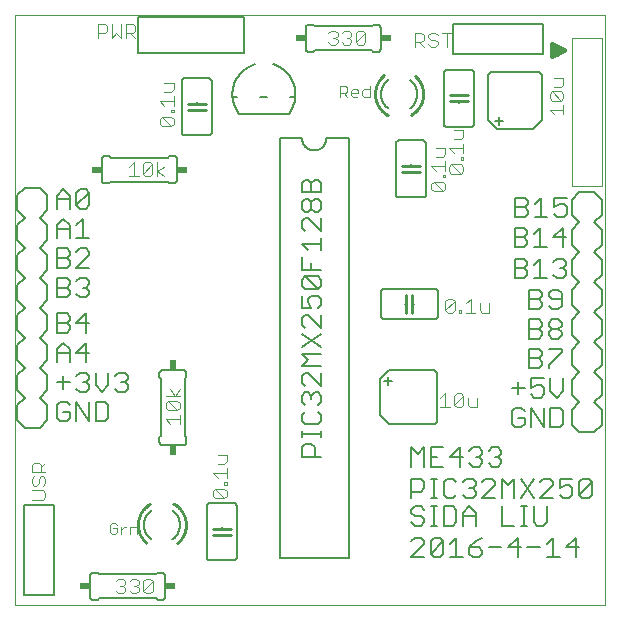
<source format=gto>
G75*
%MOIN*%
%OFA0B0*%
%FSLAX25Y25*%
%IPPOS*%
%LPD*%
%AMOC8*
5,1,8,0,0,1.08239X$1,22.5*
%
%ADD10C,0.00000*%
%ADD11C,0.00394*%
%ADD12C,0.00300*%
%ADD13C,0.00400*%
%ADD14C,0.00600*%
%ADD15C,0.01600*%
%ADD16C,0.01000*%
%ADD17C,0.00800*%
%ADD18R,0.03400X0.02400*%
%ADD19R,0.02400X0.03400*%
%ADD20C,0.00500*%
D10*
X0009001Y0005569D02*
X0009001Y0202419D01*
X0205851Y0202419D01*
X0205851Y0005569D01*
X0009001Y0005569D01*
D11*
X0194827Y0145332D02*
X0194827Y0194545D01*
X0204867Y0194545D01*
X0204867Y0145332D01*
X0194827Y0145332D01*
D12*
X0127253Y0175010D02*
X0125402Y0175010D01*
X0124785Y0175627D01*
X0124785Y0176862D01*
X0125402Y0177479D01*
X0127253Y0177479D01*
X0127253Y0178713D02*
X0127253Y0175010D01*
X0123570Y0176244D02*
X0121101Y0176244D01*
X0121101Y0175627D02*
X0121101Y0176862D01*
X0121719Y0177479D01*
X0122953Y0177479D01*
X0123570Y0176862D01*
X0123570Y0176244D01*
X0122953Y0175010D02*
X0121719Y0175010D01*
X0121101Y0175627D01*
X0119887Y0175010D02*
X0118653Y0176244D01*
X0119270Y0176244D02*
X0117418Y0176244D01*
X0117418Y0175010D02*
X0117418Y0178713D01*
X0119270Y0178713D01*
X0119887Y0178096D01*
X0119887Y0176862D01*
X0119270Y0176244D01*
X0049251Y0031809D02*
X0049868Y0031192D01*
X0049868Y0029341D01*
X0047399Y0029341D02*
X0047399Y0031809D01*
X0049251Y0031809D01*
X0046181Y0031809D02*
X0045564Y0031809D01*
X0044330Y0030575D01*
X0044330Y0029341D02*
X0044330Y0031809D01*
X0043115Y0031192D02*
X0041881Y0031192D01*
X0043115Y0031192D02*
X0043115Y0029958D01*
X0042498Y0029341D01*
X0041264Y0029341D01*
X0040647Y0029958D01*
X0040647Y0032427D01*
X0041264Y0033044D01*
X0042498Y0033044D01*
X0043115Y0032427D01*
D13*
X0043432Y0014310D02*
X0042665Y0013542D01*
X0043432Y0014310D02*
X0044967Y0014310D01*
X0045734Y0013542D01*
X0045734Y0012775D01*
X0044967Y0012008D01*
X0045734Y0011240D01*
X0045734Y0010473D01*
X0044967Y0009706D01*
X0043432Y0009706D01*
X0042665Y0010473D01*
X0044200Y0012008D02*
X0044967Y0012008D01*
X0047269Y0013542D02*
X0048036Y0014310D01*
X0049571Y0014310D01*
X0050338Y0013542D01*
X0050338Y0012775D01*
X0049571Y0012008D01*
X0050338Y0011240D01*
X0050338Y0010473D01*
X0049571Y0009706D01*
X0048036Y0009706D01*
X0047269Y0010473D01*
X0048804Y0012008D02*
X0049571Y0012008D01*
X0051873Y0010473D02*
X0051873Y0013542D01*
X0052640Y0014310D01*
X0054175Y0014310D01*
X0054942Y0013542D01*
X0051873Y0010473D01*
X0052640Y0009706D01*
X0054175Y0009706D01*
X0054942Y0010473D01*
X0054942Y0013542D01*
X0075830Y0041202D02*
X0075063Y0041969D01*
X0075063Y0043504D01*
X0075830Y0044271D01*
X0078899Y0041202D01*
X0079667Y0041969D01*
X0079667Y0043504D01*
X0078899Y0044271D01*
X0075830Y0044271D01*
X0078899Y0045806D02*
X0078899Y0046573D01*
X0079667Y0046573D01*
X0079667Y0045806D01*
X0078899Y0045806D01*
X0079667Y0048108D02*
X0079667Y0051177D01*
X0079667Y0049642D02*
X0075063Y0049642D01*
X0076597Y0048108D01*
X0076597Y0052711D02*
X0078899Y0052711D01*
X0079667Y0053479D01*
X0079667Y0055781D01*
X0076597Y0055781D01*
X0063919Y0066005D02*
X0063919Y0069074D01*
X0063919Y0067539D02*
X0059315Y0067539D01*
X0060849Y0066005D01*
X0060082Y0070609D02*
X0059315Y0071376D01*
X0059315Y0072911D01*
X0060082Y0073678D01*
X0063151Y0070609D01*
X0063919Y0071376D01*
X0063919Y0072911D01*
X0063151Y0073678D01*
X0060082Y0073678D01*
X0059315Y0075213D02*
X0063919Y0075213D01*
X0062384Y0075213D02*
X0060849Y0077515D01*
X0062384Y0075213D02*
X0063919Y0077515D01*
X0063151Y0070609D02*
X0060082Y0070609D01*
X0075830Y0041202D02*
X0078899Y0041202D01*
X0019234Y0041575D02*
X0019234Y0043110D01*
X0018466Y0043877D01*
X0014630Y0043877D01*
X0015397Y0045412D02*
X0014630Y0046179D01*
X0014630Y0047714D01*
X0015397Y0048481D01*
X0016932Y0047714D02*
X0017699Y0048481D01*
X0018466Y0048481D01*
X0019234Y0047714D01*
X0019234Y0046179D01*
X0018466Y0045412D01*
X0016932Y0046179D02*
X0016932Y0047714D01*
X0016932Y0046179D02*
X0016164Y0045412D01*
X0015397Y0045412D01*
X0014630Y0050016D02*
X0014630Y0052318D01*
X0015397Y0053085D01*
X0016932Y0053085D01*
X0017699Y0052318D01*
X0017699Y0050016D01*
X0017699Y0051550D02*
X0019234Y0053085D01*
X0019234Y0050016D02*
X0014630Y0050016D01*
X0014630Y0040808D02*
X0018466Y0040808D01*
X0019234Y0041575D01*
X0047193Y0148682D02*
X0050262Y0148682D01*
X0048727Y0148682D02*
X0048727Y0153286D01*
X0047193Y0151751D01*
X0051797Y0152519D02*
X0051797Y0149449D01*
X0054866Y0152519D01*
X0054866Y0149449D01*
X0054099Y0148682D01*
X0052564Y0148682D01*
X0051797Y0149449D01*
X0051797Y0152519D02*
X0052564Y0153286D01*
X0054099Y0153286D01*
X0054866Y0152519D01*
X0056400Y0153286D02*
X0056400Y0148682D01*
X0056400Y0150217D02*
X0058702Y0151751D01*
X0056400Y0150217D02*
X0058702Y0148682D01*
X0058114Y0165217D02*
X0057346Y0165985D01*
X0057346Y0167519D01*
X0058114Y0168287D01*
X0061183Y0165217D01*
X0061950Y0165985D01*
X0061950Y0167519D01*
X0061183Y0168287D01*
X0058114Y0168287D01*
X0058114Y0165217D02*
X0061183Y0165217D01*
X0061183Y0169821D02*
X0061183Y0170589D01*
X0061950Y0170589D01*
X0061950Y0169821D01*
X0061183Y0169821D01*
X0061950Y0172123D02*
X0061950Y0175193D01*
X0061950Y0173658D02*
X0057346Y0173658D01*
X0058881Y0172123D01*
X0058881Y0176727D02*
X0061183Y0176727D01*
X0061950Y0177495D01*
X0061950Y0179797D01*
X0058881Y0179797D01*
X0049037Y0194745D02*
X0047502Y0196280D01*
X0048269Y0196280D02*
X0045967Y0196280D01*
X0045967Y0194745D02*
X0045967Y0199349D01*
X0048269Y0199349D01*
X0049037Y0198582D01*
X0049037Y0197047D01*
X0048269Y0196280D01*
X0044433Y0194745D02*
X0044433Y0199349D01*
X0041363Y0199349D02*
X0041363Y0194745D01*
X0042898Y0196280D01*
X0044433Y0194745D01*
X0039829Y0197047D02*
X0039829Y0198582D01*
X0039062Y0199349D01*
X0036760Y0199349D01*
X0036760Y0194745D01*
X0036760Y0196280D02*
X0039062Y0196280D01*
X0039829Y0197047D01*
X0113531Y0196219D02*
X0114299Y0196987D01*
X0115833Y0196987D01*
X0116601Y0196219D01*
X0116601Y0195452D01*
X0115833Y0194685D01*
X0116601Y0193917D01*
X0116601Y0193150D01*
X0115833Y0192383D01*
X0114299Y0192383D01*
X0113531Y0193150D01*
X0115066Y0194685D02*
X0115833Y0194685D01*
X0118135Y0196219D02*
X0118902Y0196987D01*
X0120437Y0196987D01*
X0121204Y0196219D01*
X0121204Y0195452D01*
X0120437Y0194685D01*
X0121204Y0193917D01*
X0121204Y0193150D01*
X0120437Y0192383D01*
X0118902Y0192383D01*
X0118135Y0193150D01*
X0119670Y0194685D02*
X0120437Y0194685D01*
X0122739Y0193150D02*
X0122739Y0196219D01*
X0123506Y0196987D01*
X0125041Y0196987D01*
X0125808Y0196219D01*
X0122739Y0193150D01*
X0123506Y0192383D01*
X0125041Y0192383D01*
X0125808Y0193150D01*
X0125808Y0196219D01*
X0142271Y0196396D02*
X0142271Y0191792D01*
X0142271Y0193327D02*
X0144573Y0193327D01*
X0145341Y0194094D01*
X0145341Y0195629D01*
X0144573Y0196396D01*
X0142271Y0196396D01*
X0143806Y0193327D02*
X0145341Y0191792D01*
X0146875Y0192560D02*
X0147643Y0191792D01*
X0149177Y0191792D01*
X0149945Y0192560D01*
X0149945Y0193327D01*
X0149177Y0194094D01*
X0147643Y0194094D01*
X0146875Y0194862D01*
X0146875Y0195629D01*
X0147643Y0196396D01*
X0149177Y0196396D01*
X0149945Y0195629D01*
X0151479Y0196396D02*
X0154549Y0196396D01*
X0153014Y0196396D02*
X0153014Y0191792D01*
X0155338Y0164048D02*
X0158407Y0164048D01*
X0158407Y0161747D01*
X0157640Y0160979D01*
X0155338Y0160979D01*
X0158407Y0159445D02*
X0158407Y0156375D01*
X0158407Y0154841D02*
X0158407Y0154073D01*
X0157640Y0154073D01*
X0157640Y0154841D01*
X0158407Y0154841D01*
X0157640Y0152539D02*
X0158407Y0151771D01*
X0158407Y0150237D01*
X0157640Y0149469D01*
X0154570Y0152539D01*
X0157640Y0152539D01*
X0157640Y0149469D02*
X0154570Y0149469D01*
X0153803Y0150237D01*
X0153803Y0151771D01*
X0154570Y0152539D01*
X0152501Y0152004D02*
X0147897Y0152004D01*
X0149432Y0150470D01*
X0151734Y0148935D02*
X0152501Y0148935D01*
X0152501Y0148168D01*
X0151734Y0148168D01*
X0151734Y0148935D01*
X0152501Y0150470D02*
X0152501Y0153539D01*
X0151734Y0155074D02*
X0149432Y0155074D01*
X0151734Y0155074D02*
X0152501Y0155841D01*
X0152501Y0158143D01*
X0149432Y0158143D01*
X0153803Y0157910D02*
X0158407Y0157910D01*
X0155338Y0156375D02*
X0153803Y0157910D01*
X0151734Y0146633D02*
X0148665Y0146633D01*
X0151734Y0143564D01*
X0152501Y0144331D01*
X0152501Y0145866D01*
X0151734Y0146633D01*
X0151734Y0143564D02*
X0148665Y0143564D01*
X0147897Y0144331D01*
X0147897Y0145866D01*
X0148665Y0146633D01*
X0153303Y0107735D02*
X0154838Y0107735D01*
X0155605Y0106967D01*
X0152536Y0103898D01*
X0153303Y0103131D01*
X0154838Y0103131D01*
X0155605Y0103898D01*
X0155605Y0106967D01*
X0153303Y0107735D02*
X0152536Y0106967D01*
X0152536Y0103898D01*
X0157139Y0103898D02*
X0157139Y0103131D01*
X0157907Y0103131D01*
X0157907Y0103898D01*
X0157139Y0103898D01*
X0159441Y0103131D02*
X0162511Y0103131D01*
X0160976Y0103131D02*
X0160976Y0107735D01*
X0159441Y0106200D01*
X0164045Y0106200D02*
X0164045Y0103898D01*
X0164813Y0103131D01*
X0167115Y0103131D01*
X0167115Y0106200D01*
X0157806Y0076239D02*
X0156272Y0076239D01*
X0155504Y0075471D01*
X0155504Y0072402D01*
X0158574Y0075471D01*
X0158574Y0072402D01*
X0157806Y0071635D01*
X0156272Y0071635D01*
X0155504Y0072402D01*
X0153970Y0071635D02*
X0150901Y0071635D01*
X0152435Y0071635D02*
X0152435Y0076239D01*
X0150901Y0074704D01*
X0157806Y0076239D02*
X0158574Y0075471D01*
X0160108Y0074704D02*
X0160108Y0072402D01*
X0160876Y0071635D01*
X0163178Y0071635D01*
X0163178Y0074704D01*
X0188802Y0169154D02*
X0187267Y0170689D01*
X0191871Y0170689D01*
X0191871Y0169154D02*
X0191871Y0172224D01*
X0191104Y0173758D02*
X0188035Y0176828D01*
X0191104Y0176828D01*
X0191871Y0176060D01*
X0191871Y0174526D01*
X0191104Y0173758D01*
X0188035Y0173758D01*
X0187267Y0174526D01*
X0187267Y0176060D01*
X0188035Y0176828D01*
X0188802Y0178362D02*
X0191104Y0178362D01*
X0191871Y0179130D01*
X0191871Y0181432D01*
X0188802Y0181432D01*
D14*
X0184772Y0181876D02*
X0184772Y0167376D01*
X0181772Y0164376D01*
X0169772Y0164376D01*
X0166772Y0167376D01*
X0166772Y0181876D01*
X0166774Y0181952D01*
X0166780Y0182028D01*
X0166789Y0182103D01*
X0166803Y0182178D01*
X0166820Y0182252D01*
X0166841Y0182325D01*
X0166865Y0182397D01*
X0166894Y0182468D01*
X0166925Y0182537D01*
X0166960Y0182604D01*
X0166999Y0182669D01*
X0167041Y0182733D01*
X0167086Y0182794D01*
X0167134Y0182853D01*
X0167185Y0182909D01*
X0167239Y0182963D01*
X0167295Y0183014D01*
X0167354Y0183062D01*
X0167415Y0183107D01*
X0167479Y0183149D01*
X0167544Y0183188D01*
X0167611Y0183223D01*
X0167680Y0183254D01*
X0167751Y0183283D01*
X0167823Y0183307D01*
X0167896Y0183328D01*
X0167970Y0183345D01*
X0168045Y0183359D01*
X0168120Y0183368D01*
X0168196Y0183374D01*
X0168272Y0183376D01*
X0183272Y0183376D01*
X0183348Y0183374D01*
X0183424Y0183368D01*
X0183499Y0183359D01*
X0183574Y0183345D01*
X0183648Y0183328D01*
X0183721Y0183307D01*
X0183793Y0183283D01*
X0183864Y0183254D01*
X0183933Y0183223D01*
X0184000Y0183188D01*
X0184065Y0183149D01*
X0184129Y0183107D01*
X0184190Y0183062D01*
X0184249Y0183014D01*
X0184305Y0182963D01*
X0184359Y0182909D01*
X0184410Y0182853D01*
X0184458Y0182794D01*
X0184503Y0182733D01*
X0184545Y0182669D01*
X0184584Y0182604D01*
X0184619Y0182537D01*
X0184650Y0182468D01*
X0184679Y0182397D01*
X0184703Y0182325D01*
X0184724Y0182252D01*
X0184741Y0182178D01*
X0184755Y0182103D01*
X0184764Y0182028D01*
X0184770Y0181952D01*
X0184772Y0181876D01*
X0170372Y0168176D02*
X0170372Y0165576D01*
X0169172Y0166876D02*
X0171672Y0166876D01*
X0161993Y0166084D02*
X0161993Y0183084D01*
X0161991Y0183144D01*
X0161986Y0183205D01*
X0161977Y0183264D01*
X0161964Y0183323D01*
X0161948Y0183382D01*
X0161928Y0183439D01*
X0161905Y0183494D01*
X0161878Y0183549D01*
X0161849Y0183601D01*
X0161816Y0183652D01*
X0161780Y0183701D01*
X0161742Y0183747D01*
X0161700Y0183791D01*
X0161656Y0183833D01*
X0161610Y0183871D01*
X0161561Y0183907D01*
X0161510Y0183940D01*
X0161458Y0183969D01*
X0161403Y0183996D01*
X0161348Y0184019D01*
X0161291Y0184039D01*
X0161232Y0184055D01*
X0161173Y0184068D01*
X0161114Y0184077D01*
X0161053Y0184082D01*
X0160993Y0184084D01*
X0152993Y0184084D01*
X0152933Y0184082D01*
X0152872Y0184077D01*
X0152813Y0184068D01*
X0152754Y0184055D01*
X0152695Y0184039D01*
X0152638Y0184019D01*
X0152583Y0183996D01*
X0152528Y0183969D01*
X0152476Y0183940D01*
X0152425Y0183907D01*
X0152376Y0183871D01*
X0152330Y0183833D01*
X0152286Y0183791D01*
X0152244Y0183747D01*
X0152206Y0183701D01*
X0152170Y0183652D01*
X0152137Y0183601D01*
X0152108Y0183549D01*
X0152081Y0183494D01*
X0152058Y0183439D01*
X0152038Y0183382D01*
X0152022Y0183323D01*
X0152009Y0183264D01*
X0152000Y0183205D01*
X0151995Y0183144D01*
X0151993Y0183084D01*
X0151993Y0166084D01*
X0151995Y0166024D01*
X0152000Y0165963D01*
X0152009Y0165904D01*
X0152022Y0165845D01*
X0152038Y0165786D01*
X0152058Y0165729D01*
X0152081Y0165674D01*
X0152108Y0165619D01*
X0152137Y0165567D01*
X0152170Y0165516D01*
X0152206Y0165467D01*
X0152244Y0165421D01*
X0152286Y0165377D01*
X0152330Y0165335D01*
X0152376Y0165297D01*
X0152425Y0165261D01*
X0152476Y0165228D01*
X0152528Y0165199D01*
X0152583Y0165172D01*
X0152638Y0165149D01*
X0152695Y0165129D01*
X0152754Y0165113D01*
X0152813Y0165100D01*
X0152872Y0165091D01*
X0152933Y0165086D01*
X0152993Y0165084D01*
X0160993Y0165084D01*
X0161053Y0165086D01*
X0161114Y0165091D01*
X0161173Y0165100D01*
X0161232Y0165113D01*
X0161291Y0165129D01*
X0161348Y0165149D01*
X0161403Y0165172D01*
X0161458Y0165199D01*
X0161510Y0165228D01*
X0161561Y0165261D01*
X0161610Y0165297D01*
X0161656Y0165335D01*
X0161700Y0165377D01*
X0161742Y0165421D01*
X0161780Y0165467D01*
X0161816Y0165516D01*
X0161849Y0165567D01*
X0161878Y0165619D01*
X0161905Y0165674D01*
X0161928Y0165729D01*
X0161948Y0165786D01*
X0161964Y0165845D01*
X0161977Y0165904D01*
X0161986Y0165963D01*
X0161991Y0166024D01*
X0161993Y0166084D01*
X0156993Y0173084D02*
X0156993Y0173584D01*
X0156993Y0175584D02*
X0156993Y0176084D01*
X0145008Y0160502D02*
X0137008Y0160502D01*
X0136948Y0160500D01*
X0136887Y0160495D01*
X0136828Y0160486D01*
X0136769Y0160473D01*
X0136710Y0160457D01*
X0136653Y0160437D01*
X0136598Y0160414D01*
X0136543Y0160387D01*
X0136491Y0160358D01*
X0136440Y0160325D01*
X0136391Y0160289D01*
X0136345Y0160251D01*
X0136301Y0160209D01*
X0136259Y0160165D01*
X0136221Y0160119D01*
X0136185Y0160070D01*
X0136152Y0160019D01*
X0136123Y0159967D01*
X0136096Y0159912D01*
X0136073Y0159857D01*
X0136053Y0159800D01*
X0136037Y0159741D01*
X0136024Y0159682D01*
X0136015Y0159623D01*
X0136010Y0159562D01*
X0136008Y0159502D01*
X0136008Y0142502D01*
X0136010Y0142442D01*
X0136015Y0142381D01*
X0136024Y0142322D01*
X0136037Y0142263D01*
X0136053Y0142204D01*
X0136073Y0142147D01*
X0136096Y0142092D01*
X0136123Y0142037D01*
X0136152Y0141985D01*
X0136185Y0141934D01*
X0136221Y0141885D01*
X0136259Y0141839D01*
X0136301Y0141795D01*
X0136345Y0141753D01*
X0136391Y0141715D01*
X0136440Y0141679D01*
X0136491Y0141646D01*
X0136543Y0141617D01*
X0136598Y0141590D01*
X0136653Y0141567D01*
X0136710Y0141547D01*
X0136769Y0141531D01*
X0136828Y0141518D01*
X0136887Y0141509D01*
X0136948Y0141504D01*
X0137008Y0141502D01*
X0145008Y0141502D01*
X0145068Y0141504D01*
X0145129Y0141509D01*
X0145188Y0141518D01*
X0145247Y0141531D01*
X0145306Y0141547D01*
X0145363Y0141567D01*
X0145418Y0141590D01*
X0145473Y0141617D01*
X0145525Y0141646D01*
X0145576Y0141679D01*
X0145625Y0141715D01*
X0145671Y0141753D01*
X0145715Y0141795D01*
X0145757Y0141839D01*
X0145795Y0141885D01*
X0145831Y0141934D01*
X0145864Y0141985D01*
X0145893Y0142037D01*
X0145920Y0142092D01*
X0145943Y0142147D01*
X0145963Y0142204D01*
X0145979Y0142263D01*
X0145992Y0142322D01*
X0146001Y0142381D01*
X0146006Y0142442D01*
X0146008Y0142502D01*
X0146008Y0159502D01*
X0146006Y0159562D01*
X0146001Y0159623D01*
X0145992Y0159682D01*
X0145979Y0159741D01*
X0145963Y0159800D01*
X0145943Y0159857D01*
X0145920Y0159912D01*
X0145893Y0159967D01*
X0145864Y0160019D01*
X0145831Y0160070D01*
X0145795Y0160119D01*
X0145757Y0160165D01*
X0145715Y0160209D01*
X0145671Y0160251D01*
X0145625Y0160289D01*
X0145576Y0160325D01*
X0145525Y0160358D01*
X0145473Y0160387D01*
X0145418Y0160414D01*
X0145363Y0160437D01*
X0145306Y0160457D01*
X0145247Y0160473D01*
X0145188Y0160486D01*
X0145129Y0160495D01*
X0145068Y0160500D01*
X0145008Y0160502D01*
X0141008Y0152502D02*
X0141008Y0152002D01*
X0141008Y0150002D02*
X0141008Y0149502D01*
X0120304Y0161199D02*
X0112804Y0161199D01*
X0112802Y0161073D01*
X0112796Y0160948D01*
X0112786Y0160823D01*
X0112772Y0160698D01*
X0112755Y0160573D01*
X0112733Y0160449D01*
X0112708Y0160326D01*
X0112678Y0160204D01*
X0112645Y0160083D01*
X0112608Y0159963D01*
X0112568Y0159844D01*
X0112523Y0159727D01*
X0112475Y0159610D01*
X0112423Y0159496D01*
X0112368Y0159383D01*
X0112309Y0159272D01*
X0112247Y0159163D01*
X0112181Y0159056D01*
X0112112Y0158951D01*
X0112040Y0158848D01*
X0111965Y0158747D01*
X0111886Y0158649D01*
X0111804Y0158554D01*
X0111720Y0158461D01*
X0111632Y0158371D01*
X0111542Y0158283D01*
X0111449Y0158199D01*
X0111354Y0158117D01*
X0111256Y0158038D01*
X0111155Y0157963D01*
X0111052Y0157891D01*
X0110947Y0157822D01*
X0110840Y0157756D01*
X0110731Y0157694D01*
X0110620Y0157635D01*
X0110507Y0157580D01*
X0110393Y0157528D01*
X0110276Y0157480D01*
X0110159Y0157435D01*
X0110040Y0157395D01*
X0109920Y0157358D01*
X0109799Y0157325D01*
X0109677Y0157295D01*
X0109554Y0157270D01*
X0109430Y0157248D01*
X0109305Y0157231D01*
X0109180Y0157217D01*
X0109055Y0157207D01*
X0108930Y0157201D01*
X0108804Y0157199D01*
X0108678Y0157201D01*
X0108553Y0157207D01*
X0108428Y0157217D01*
X0108303Y0157231D01*
X0108178Y0157248D01*
X0108054Y0157270D01*
X0107931Y0157295D01*
X0107809Y0157325D01*
X0107688Y0157358D01*
X0107568Y0157395D01*
X0107449Y0157435D01*
X0107332Y0157480D01*
X0107215Y0157528D01*
X0107101Y0157580D01*
X0106988Y0157635D01*
X0106877Y0157694D01*
X0106768Y0157756D01*
X0106661Y0157822D01*
X0106556Y0157891D01*
X0106453Y0157963D01*
X0106352Y0158038D01*
X0106254Y0158117D01*
X0106159Y0158199D01*
X0106066Y0158283D01*
X0105976Y0158371D01*
X0105888Y0158461D01*
X0105804Y0158554D01*
X0105722Y0158649D01*
X0105643Y0158747D01*
X0105568Y0158848D01*
X0105496Y0158951D01*
X0105427Y0159056D01*
X0105361Y0159163D01*
X0105299Y0159272D01*
X0105240Y0159383D01*
X0105185Y0159496D01*
X0105133Y0159610D01*
X0105085Y0159727D01*
X0105040Y0159844D01*
X0105000Y0159963D01*
X0104963Y0160083D01*
X0104930Y0160204D01*
X0104900Y0160326D01*
X0104875Y0160449D01*
X0104853Y0160573D01*
X0104836Y0160698D01*
X0104822Y0160823D01*
X0104812Y0160948D01*
X0104806Y0161073D01*
X0104804Y0161199D01*
X0097304Y0161199D01*
X0097304Y0021199D01*
X0120304Y0021199D01*
X0120304Y0161199D01*
X0109995Y0147440D02*
X0108928Y0147440D01*
X0107860Y0146372D01*
X0107860Y0143170D01*
X0106792Y0140994D02*
X0107860Y0139927D01*
X0107860Y0137792D01*
X0106792Y0136724D01*
X0105725Y0136724D01*
X0104657Y0137792D01*
X0104657Y0139927D01*
X0105725Y0140994D01*
X0106792Y0140994D01*
X0107860Y0139927D02*
X0108928Y0140994D01*
X0109995Y0140994D01*
X0111063Y0139927D01*
X0111063Y0137792D01*
X0109995Y0136724D01*
X0108928Y0136724D01*
X0107860Y0137792D01*
X0106792Y0134549D02*
X0105725Y0134549D01*
X0104657Y0133481D01*
X0104657Y0131346D01*
X0105725Y0130279D01*
X0106792Y0134549D02*
X0111063Y0130279D01*
X0111063Y0134549D01*
X0111063Y0128103D02*
X0111063Y0123833D01*
X0111063Y0125968D02*
X0104657Y0125968D01*
X0106792Y0123833D01*
X0104657Y0121658D02*
X0104657Y0117388D01*
X0111063Y0117388D01*
X0109995Y0115212D02*
X0111063Y0114145D01*
X0111063Y0112010D01*
X0109995Y0110942D01*
X0105725Y0115212D01*
X0109995Y0115212D01*
X0107860Y0117388D02*
X0107860Y0119523D01*
X0105725Y0115212D02*
X0104657Y0114145D01*
X0104657Y0112010D01*
X0105725Y0110942D01*
X0109995Y0110942D01*
X0109995Y0108767D02*
X0107860Y0108767D01*
X0106792Y0107699D01*
X0106792Y0106632D01*
X0107860Y0104497D01*
X0104657Y0104497D01*
X0104657Y0108767D01*
X0109995Y0108767D02*
X0111063Y0107699D01*
X0111063Y0105564D01*
X0109995Y0104497D01*
X0111063Y0102322D02*
X0111063Y0098051D01*
X0106792Y0102322D01*
X0105725Y0102322D01*
X0104657Y0101254D01*
X0104657Y0099119D01*
X0105725Y0098051D01*
X0104657Y0095876D02*
X0111063Y0091606D01*
X0111063Y0089431D02*
X0104657Y0089431D01*
X0106792Y0087295D01*
X0104657Y0085160D01*
X0111063Y0085160D01*
X0111063Y0082985D02*
X0111063Y0078715D01*
X0106792Y0082985D01*
X0105725Y0082985D01*
X0104657Y0081917D01*
X0104657Y0079782D01*
X0105725Y0078715D01*
X0105725Y0076540D02*
X0106792Y0076540D01*
X0107860Y0075472D01*
X0108928Y0076540D01*
X0109995Y0076540D01*
X0111063Y0075472D01*
X0111063Y0073337D01*
X0109995Y0072269D01*
X0109995Y0070094D02*
X0111063Y0069026D01*
X0111063Y0066891D01*
X0109995Y0065824D01*
X0105725Y0065824D01*
X0104657Y0066891D01*
X0104657Y0069026D01*
X0105725Y0070094D01*
X0105725Y0072269D02*
X0104657Y0073337D01*
X0104657Y0075472D01*
X0105725Y0076540D01*
X0107860Y0075472D02*
X0107860Y0074404D01*
X0104657Y0063662D02*
X0104657Y0061527D01*
X0104657Y0062594D02*
X0111063Y0062594D01*
X0111063Y0061527D02*
X0111063Y0063662D01*
X0107860Y0059352D02*
X0105725Y0059352D01*
X0104657Y0058284D01*
X0104657Y0055081D01*
X0111063Y0055081D01*
X0108928Y0055081D02*
X0108928Y0058284D01*
X0107860Y0059352D01*
X0130839Y0069017D02*
X0130839Y0081017D01*
X0133839Y0084017D01*
X0148339Y0084017D01*
X0148415Y0084015D01*
X0148491Y0084009D01*
X0148566Y0084000D01*
X0148641Y0083986D01*
X0148715Y0083969D01*
X0148788Y0083948D01*
X0148860Y0083924D01*
X0148931Y0083895D01*
X0149000Y0083864D01*
X0149067Y0083829D01*
X0149132Y0083790D01*
X0149196Y0083748D01*
X0149257Y0083703D01*
X0149316Y0083655D01*
X0149372Y0083604D01*
X0149426Y0083550D01*
X0149477Y0083494D01*
X0149525Y0083435D01*
X0149570Y0083374D01*
X0149612Y0083310D01*
X0149651Y0083245D01*
X0149686Y0083178D01*
X0149717Y0083109D01*
X0149746Y0083038D01*
X0149770Y0082966D01*
X0149791Y0082893D01*
X0149808Y0082819D01*
X0149822Y0082744D01*
X0149831Y0082669D01*
X0149837Y0082593D01*
X0149839Y0082517D01*
X0149839Y0067517D01*
X0149837Y0067441D01*
X0149831Y0067365D01*
X0149822Y0067290D01*
X0149808Y0067215D01*
X0149791Y0067141D01*
X0149770Y0067068D01*
X0149746Y0066996D01*
X0149717Y0066925D01*
X0149686Y0066856D01*
X0149651Y0066789D01*
X0149612Y0066724D01*
X0149570Y0066660D01*
X0149525Y0066599D01*
X0149477Y0066540D01*
X0149426Y0066484D01*
X0149372Y0066430D01*
X0149316Y0066379D01*
X0149257Y0066331D01*
X0149196Y0066286D01*
X0149132Y0066244D01*
X0149067Y0066205D01*
X0149000Y0066170D01*
X0148931Y0066139D01*
X0148860Y0066110D01*
X0148788Y0066086D01*
X0148715Y0066065D01*
X0148641Y0066048D01*
X0148566Y0066034D01*
X0148491Y0066025D01*
X0148415Y0066019D01*
X0148339Y0066017D01*
X0133839Y0066017D01*
X0130839Y0069017D01*
X0133339Y0079117D02*
X0133339Y0081617D01*
X0134639Y0080417D02*
X0132039Y0080417D01*
X0132036Y0101080D02*
X0149036Y0101080D01*
X0149096Y0101082D01*
X0149157Y0101087D01*
X0149216Y0101096D01*
X0149275Y0101109D01*
X0149334Y0101125D01*
X0149391Y0101145D01*
X0149446Y0101168D01*
X0149501Y0101195D01*
X0149553Y0101224D01*
X0149604Y0101257D01*
X0149653Y0101293D01*
X0149699Y0101331D01*
X0149743Y0101373D01*
X0149785Y0101417D01*
X0149823Y0101463D01*
X0149859Y0101512D01*
X0149892Y0101563D01*
X0149921Y0101615D01*
X0149948Y0101670D01*
X0149971Y0101725D01*
X0149991Y0101782D01*
X0150007Y0101841D01*
X0150020Y0101900D01*
X0150029Y0101959D01*
X0150034Y0102020D01*
X0150036Y0102080D01*
X0150036Y0110080D01*
X0150034Y0110140D01*
X0150029Y0110201D01*
X0150020Y0110260D01*
X0150007Y0110319D01*
X0149991Y0110378D01*
X0149971Y0110435D01*
X0149948Y0110490D01*
X0149921Y0110545D01*
X0149892Y0110597D01*
X0149859Y0110648D01*
X0149823Y0110697D01*
X0149785Y0110743D01*
X0149743Y0110787D01*
X0149699Y0110829D01*
X0149653Y0110867D01*
X0149604Y0110903D01*
X0149553Y0110936D01*
X0149501Y0110965D01*
X0149446Y0110992D01*
X0149391Y0111015D01*
X0149334Y0111035D01*
X0149275Y0111051D01*
X0149216Y0111064D01*
X0149157Y0111073D01*
X0149096Y0111078D01*
X0149036Y0111080D01*
X0132036Y0111080D01*
X0131976Y0111078D01*
X0131915Y0111073D01*
X0131856Y0111064D01*
X0131797Y0111051D01*
X0131738Y0111035D01*
X0131681Y0111015D01*
X0131626Y0110992D01*
X0131571Y0110965D01*
X0131519Y0110936D01*
X0131468Y0110903D01*
X0131419Y0110867D01*
X0131373Y0110829D01*
X0131329Y0110787D01*
X0131287Y0110743D01*
X0131249Y0110697D01*
X0131213Y0110648D01*
X0131180Y0110597D01*
X0131151Y0110545D01*
X0131124Y0110490D01*
X0131101Y0110435D01*
X0131081Y0110378D01*
X0131065Y0110319D01*
X0131052Y0110260D01*
X0131043Y0110201D01*
X0131038Y0110140D01*
X0131036Y0110080D01*
X0131036Y0102080D01*
X0131038Y0102020D01*
X0131043Y0101959D01*
X0131052Y0101900D01*
X0131065Y0101841D01*
X0131081Y0101782D01*
X0131101Y0101725D01*
X0131124Y0101670D01*
X0131151Y0101615D01*
X0131180Y0101563D01*
X0131213Y0101512D01*
X0131249Y0101463D01*
X0131287Y0101417D01*
X0131329Y0101373D01*
X0131373Y0101331D01*
X0131419Y0101293D01*
X0131468Y0101257D01*
X0131519Y0101224D01*
X0131571Y0101195D01*
X0131626Y0101168D01*
X0131681Y0101145D01*
X0131738Y0101125D01*
X0131797Y0101109D01*
X0131856Y0101096D01*
X0131915Y0101087D01*
X0131976Y0101082D01*
X0132036Y0101080D01*
X0139036Y0106080D02*
X0139536Y0106080D01*
X0141536Y0106080D02*
X0142036Y0106080D01*
X0111063Y0095876D02*
X0104657Y0091606D01*
X0141190Y0058207D02*
X0143325Y0056072D01*
X0145461Y0058207D01*
X0145461Y0051802D01*
X0147636Y0051802D02*
X0151906Y0051802D01*
X0149771Y0055004D02*
X0147636Y0055004D01*
X0147636Y0051802D02*
X0147636Y0058207D01*
X0151906Y0058207D01*
X0154081Y0055004D02*
X0158352Y0055004D01*
X0160527Y0052869D02*
X0161594Y0051802D01*
X0163730Y0051802D01*
X0164797Y0052869D01*
X0164797Y0053937D01*
X0163730Y0055004D01*
X0162662Y0055004D01*
X0163730Y0055004D02*
X0164797Y0056072D01*
X0164797Y0057140D01*
X0163730Y0058207D01*
X0161594Y0058207D01*
X0160527Y0057140D01*
X0157284Y0058207D02*
X0154081Y0055004D01*
X0157284Y0051802D02*
X0157284Y0058207D01*
X0166972Y0057140D02*
X0168040Y0058207D01*
X0170175Y0058207D01*
X0171243Y0057140D01*
X0171243Y0056072D01*
X0170175Y0055004D01*
X0171243Y0053937D01*
X0171243Y0052869D01*
X0170175Y0051802D01*
X0168040Y0051802D01*
X0166972Y0052869D01*
X0169107Y0055004D02*
X0170175Y0055004D01*
X0171269Y0047707D02*
X0173404Y0045572D01*
X0175540Y0047707D01*
X0175540Y0041302D01*
X0177715Y0041302D02*
X0181985Y0047707D01*
X0184160Y0046640D02*
X0185228Y0047707D01*
X0187363Y0047707D01*
X0188431Y0046640D01*
X0188431Y0045572D01*
X0184160Y0041302D01*
X0188431Y0041302D01*
X0190606Y0042369D02*
X0191673Y0041302D01*
X0193808Y0041302D01*
X0194876Y0042369D01*
X0194876Y0044504D01*
X0193808Y0045572D01*
X0192741Y0045572D01*
X0190606Y0044504D01*
X0190606Y0047707D01*
X0194876Y0047707D01*
X0197051Y0046640D02*
X0198119Y0047707D01*
X0200254Y0047707D01*
X0201322Y0046640D01*
X0197051Y0042369D01*
X0198119Y0041302D01*
X0200254Y0041302D01*
X0201322Y0042369D01*
X0201322Y0046640D01*
X0197051Y0046640D02*
X0197051Y0042369D01*
X0186282Y0038522D02*
X0186282Y0033184D01*
X0185214Y0032117D01*
X0183079Y0032117D01*
X0182012Y0033184D01*
X0182012Y0038522D01*
X0179850Y0038522D02*
X0177715Y0038522D01*
X0178782Y0038522D02*
X0178782Y0032117D01*
X0177715Y0032117D02*
X0179850Y0032117D01*
X0175540Y0032117D02*
X0171269Y0032117D01*
X0171269Y0038522D01*
X0171269Y0041302D02*
X0171269Y0047707D01*
X0169094Y0046640D02*
X0169094Y0045572D01*
X0164824Y0041302D01*
X0169094Y0041302D01*
X0169094Y0046640D02*
X0168027Y0047707D01*
X0165891Y0047707D01*
X0164824Y0046640D01*
X0162649Y0046640D02*
X0162649Y0045572D01*
X0161581Y0044504D01*
X0162649Y0043437D01*
X0162649Y0042369D01*
X0161581Y0041302D01*
X0159446Y0041302D01*
X0158378Y0042369D01*
X0156203Y0042369D02*
X0155136Y0041302D01*
X0153000Y0041302D01*
X0151933Y0042369D01*
X0151933Y0046640D01*
X0153000Y0047707D01*
X0155136Y0047707D01*
X0156203Y0046640D01*
X0158378Y0046640D02*
X0159446Y0047707D01*
X0161581Y0047707D01*
X0162649Y0046640D01*
X0161581Y0044504D02*
X0160513Y0044504D01*
X0160513Y0038522D02*
X0162649Y0036387D01*
X0162649Y0032117D01*
X0162649Y0035319D02*
X0158378Y0035319D01*
X0158378Y0036387D02*
X0158378Y0032117D01*
X0156203Y0033184D02*
X0156203Y0037455D01*
X0155136Y0038522D01*
X0151933Y0038522D01*
X0151933Y0032117D01*
X0155136Y0032117D01*
X0156203Y0033184D01*
X0158378Y0036387D02*
X0160513Y0038522D01*
X0149771Y0038522D02*
X0147636Y0038522D01*
X0148703Y0038522D02*
X0148703Y0032117D01*
X0147636Y0032117D02*
X0149771Y0032117D01*
X0148703Y0028022D02*
X0150839Y0028022D01*
X0151906Y0026955D01*
X0147636Y0022684D01*
X0148703Y0021617D01*
X0150839Y0021617D01*
X0151906Y0022684D01*
X0151906Y0026955D01*
X0154081Y0025887D02*
X0156216Y0028022D01*
X0156216Y0021617D01*
X0154081Y0021617D02*
X0158352Y0021617D01*
X0160527Y0022684D02*
X0160527Y0024819D01*
X0163730Y0024819D01*
X0164797Y0023752D01*
X0164797Y0022684D01*
X0163730Y0021617D01*
X0161594Y0021617D01*
X0160527Y0022684D01*
X0160527Y0024819D02*
X0162662Y0026955D01*
X0164797Y0028022D01*
X0166972Y0024819D02*
X0171243Y0024819D01*
X0173418Y0024819D02*
X0177688Y0024819D01*
X0179863Y0024819D02*
X0184134Y0024819D01*
X0186309Y0025887D02*
X0188444Y0028022D01*
X0188444Y0021617D01*
X0186309Y0021617D02*
X0190579Y0021617D01*
X0192754Y0024819D02*
X0197025Y0024819D01*
X0195957Y0021617D02*
X0195957Y0028022D01*
X0192754Y0024819D01*
X0176620Y0021617D02*
X0176620Y0028022D01*
X0173418Y0024819D01*
X0181985Y0041302D02*
X0177715Y0047707D01*
X0177858Y0064924D02*
X0175722Y0064924D01*
X0174655Y0065991D01*
X0174655Y0070262D01*
X0175722Y0071329D01*
X0177858Y0071329D01*
X0178925Y0070262D01*
X0178925Y0068126D02*
X0176790Y0068126D01*
X0178925Y0068126D02*
X0178925Y0065991D01*
X0177858Y0064924D01*
X0181100Y0064924D02*
X0181100Y0071329D01*
X0185371Y0064924D01*
X0185371Y0071329D01*
X0187546Y0071329D02*
X0190749Y0071329D01*
X0191816Y0070262D01*
X0191816Y0065991D01*
X0190749Y0064924D01*
X0187546Y0064924D01*
X0187546Y0071329D01*
X0189681Y0074766D02*
X0191816Y0076901D01*
X0191816Y0081172D01*
X0187546Y0081172D02*
X0187546Y0076901D01*
X0189681Y0074766D01*
X0185371Y0075834D02*
X0185371Y0077969D01*
X0184303Y0079037D01*
X0183235Y0079037D01*
X0181100Y0077969D01*
X0181100Y0081172D01*
X0185371Y0081172D01*
X0183763Y0084609D02*
X0180560Y0084609D01*
X0180560Y0091014D01*
X0183763Y0091014D01*
X0184831Y0089947D01*
X0184831Y0088879D01*
X0183763Y0087812D01*
X0180560Y0087812D01*
X0183763Y0087812D02*
X0184831Y0086744D01*
X0184831Y0085676D01*
X0183763Y0084609D01*
X0187006Y0084609D02*
X0187006Y0085676D01*
X0191276Y0089947D01*
X0191276Y0091014D01*
X0187006Y0091014D01*
X0188073Y0094451D02*
X0187006Y0095519D01*
X0187006Y0096586D01*
X0188073Y0097654D01*
X0190209Y0097654D01*
X0191276Y0096586D01*
X0191276Y0095519D01*
X0190209Y0094451D01*
X0188073Y0094451D01*
X0188073Y0097654D02*
X0187006Y0098722D01*
X0187006Y0099789D01*
X0188073Y0100857D01*
X0190209Y0100857D01*
X0191276Y0099789D01*
X0191276Y0098722D01*
X0190209Y0097654D01*
X0184831Y0096586D02*
X0184831Y0095519D01*
X0183763Y0094451D01*
X0180560Y0094451D01*
X0180560Y0100857D01*
X0183763Y0100857D01*
X0184831Y0099789D01*
X0184831Y0098722D01*
X0183763Y0097654D01*
X0180560Y0097654D01*
X0183763Y0097654D02*
X0184831Y0096586D01*
X0183763Y0104294D02*
X0180560Y0104294D01*
X0180560Y0110699D01*
X0183763Y0110699D01*
X0184831Y0109632D01*
X0184831Y0108564D01*
X0183763Y0107497D01*
X0180560Y0107497D01*
X0183763Y0107497D02*
X0184831Y0106429D01*
X0184831Y0105361D01*
X0183763Y0104294D01*
X0187006Y0105361D02*
X0188073Y0104294D01*
X0190209Y0104294D01*
X0191276Y0105361D01*
X0191276Y0109632D01*
X0190209Y0110699D01*
X0188073Y0110699D01*
X0187006Y0109632D01*
X0187006Y0108564D01*
X0188073Y0107497D01*
X0191276Y0107497D01*
X0191733Y0114727D02*
X0189598Y0114727D01*
X0188530Y0115794D01*
X0186355Y0114727D02*
X0182085Y0114727D01*
X0184220Y0114727D02*
X0184220Y0121132D01*
X0182085Y0118997D01*
X0179909Y0118997D02*
X0179909Y0120065D01*
X0178842Y0121132D01*
X0175639Y0121132D01*
X0175639Y0114727D01*
X0178842Y0114727D01*
X0179909Y0115794D01*
X0179909Y0116862D01*
X0178842Y0117930D01*
X0175639Y0117930D01*
X0178842Y0117930D02*
X0179909Y0118997D01*
X0178842Y0124963D02*
X0175639Y0124963D01*
X0175639Y0131369D01*
X0178842Y0131369D01*
X0179909Y0130301D01*
X0179909Y0129233D01*
X0178842Y0128166D01*
X0175639Y0128166D01*
X0178842Y0128166D02*
X0179909Y0127098D01*
X0179909Y0126031D01*
X0178842Y0124963D01*
X0182085Y0124963D02*
X0186355Y0124963D01*
X0184220Y0124963D02*
X0184220Y0131369D01*
X0182085Y0129233D01*
X0182281Y0135002D02*
X0186552Y0135002D01*
X0184417Y0135002D02*
X0184417Y0141408D01*
X0182281Y0139273D01*
X0180106Y0139273D02*
X0179039Y0138205D01*
X0175836Y0138205D01*
X0175836Y0135002D02*
X0179039Y0135002D01*
X0180106Y0136070D01*
X0180106Y0137138D01*
X0179039Y0138205D01*
X0180106Y0139273D02*
X0180106Y0140340D01*
X0179039Y0141408D01*
X0175836Y0141408D01*
X0175836Y0135002D01*
X0188727Y0136070D02*
X0189795Y0135002D01*
X0191930Y0135002D01*
X0192997Y0136070D01*
X0192997Y0138205D01*
X0191930Y0139273D01*
X0190862Y0139273D01*
X0188727Y0138205D01*
X0188727Y0141408D01*
X0192997Y0141408D01*
X0191733Y0131369D02*
X0188530Y0128166D01*
X0192800Y0128166D01*
X0191733Y0124963D02*
X0191733Y0131369D01*
X0191733Y0121132D02*
X0189598Y0121132D01*
X0188530Y0120065D01*
X0190665Y0117930D02*
X0191733Y0117930D01*
X0192800Y0116862D01*
X0192800Y0115794D01*
X0191733Y0114727D01*
X0191733Y0117930D02*
X0192800Y0118997D01*
X0192800Y0120065D01*
X0191733Y0121132D01*
X0176790Y0080104D02*
X0176790Y0075834D01*
X0174655Y0077969D02*
X0178925Y0077969D01*
X0181100Y0075834D02*
X0182168Y0074766D01*
X0184303Y0074766D01*
X0185371Y0075834D01*
X0149771Y0047707D02*
X0147636Y0047707D01*
X0148703Y0047707D02*
X0148703Y0041302D01*
X0147636Y0041302D02*
X0149771Y0041302D01*
X0145461Y0044504D02*
X0144393Y0043437D01*
X0141190Y0043437D01*
X0141190Y0041302D02*
X0141190Y0047707D01*
X0144393Y0047707D01*
X0145461Y0046640D01*
X0145461Y0044504D01*
X0144393Y0038522D02*
X0142258Y0038522D01*
X0141190Y0037455D01*
X0141190Y0036387D01*
X0142258Y0035319D01*
X0144393Y0035319D01*
X0145461Y0034252D01*
X0145461Y0033184D01*
X0144393Y0032117D01*
X0142258Y0032117D01*
X0141190Y0033184D01*
X0142258Y0028022D02*
X0141190Y0026955D01*
X0142258Y0028022D02*
X0144393Y0028022D01*
X0145461Y0026955D01*
X0145461Y0025887D01*
X0141190Y0021617D01*
X0145461Y0021617D01*
X0147636Y0022684D02*
X0147636Y0026955D01*
X0148703Y0028022D01*
X0145461Y0037455D02*
X0144393Y0038522D01*
X0141190Y0051802D02*
X0141190Y0058207D01*
X0083016Y0038636D02*
X0083016Y0021636D01*
X0083014Y0021576D01*
X0083009Y0021515D01*
X0083000Y0021456D01*
X0082987Y0021397D01*
X0082971Y0021338D01*
X0082951Y0021281D01*
X0082928Y0021226D01*
X0082901Y0021171D01*
X0082872Y0021119D01*
X0082839Y0021068D01*
X0082803Y0021019D01*
X0082765Y0020973D01*
X0082723Y0020929D01*
X0082679Y0020887D01*
X0082633Y0020849D01*
X0082584Y0020813D01*
X0082533Y0020780D01*
X0082481Y0020751D01*
X0082426Y0020724D01*
X0082371Y0020701D01*
X0082314Y0020681D01*
X0082255Y0020665D01*
X0082196Y0020652D01*
X0082137Y0020643D01*
X0082076Y0020638D01*
X0082016Y0020636D01*
X0074016Y0020636D01*
X0073956Y0020638D01*
X0073895Y0020643D01*
X0073836Y0020652D01*
X0073777Y0020665D01*
X0073718Y0020681D01*
X0073661Y0020701D01*
X0073606Y0020724D01*
X0073551Y0020751D01*
X0073499Y0020780D01*
X0073448Y0020813D01*
X0073399Y0020849D01*
X0073353Y0020887D01*
X0073309Y0020929D01*
X0073267Y0020973D01*
X0073229Y0021019D01*
X0073193Y0021068D01*
X0073160Y0021119D01*
X0073131Y0021171D01*
X0073104Y0021226D01*
X0073081Y0021281D01*
X0073061Y0021338D01*
X0073045Y0021397D01*
X0073032Y0021456D01*
X0073023Y0021515D01*
X0073018Y0021576D01*
X0073016Y0021636D01*
X0073016Y0038636D01*
X0073018Y0038696D01*
X0073023Y0038757D01*
X0073032Y0038816D01*
X0073045Y0038875D01*
X0073061Y0038934D01*
X0073081Y0038991D01*
X0073104Y0039046D01*
X0073131Y0039101D01*
X0073160Y0039153D01*
X0073193Y0039204D01*
X0073229Y0039253D01*
X0073267Y0039299D01*
X0073309Y0039343D01*
X0073353Y0039385D01*
X0073399Y0039423D01*
X0073448Y0039459D01*
X0073499Y0039492D01*
X0073551Y0039521D01*
X0073606Y0039548D01*
X0073661Y0039571D01*
X0073718Y0039591D01*
X0073777Y0039607D01*
X0073836Y0039620D01*
X0073895Y0039629D01*
X0073956Y0039634D01*
X0074016Y0039636D01*
X0082016Y0039636D01*
X0082076Y0039634D01*
X0082137Y0039629D01*
X0082196Y0039620D01*
X0082255Y0039607D01*
X0082314Y0039591D01*
X0082371Y0039571D01*
X0082426Y0039548D01*
X0082481Y0039521D01*
X0082533Y0039492D01*
X0082584Y0039459D01*
X0082633Y0039423D01*
X0082679Y0039385D01*
X0082723Y0039343D01*
X0082765Y0039299D01*
X0082803Y0039253D01*
X0082839Y0039204D01*
X0082872Y0039153D01*
X0082901Y0039101D01*
X0082928Y0039046D01*
X0082951Y0038991D01*
X0082971Y0038934D01*
X0082987Y0038875D01*
X0083000Y0038816D01*
X0083009Y0038757D01*
X0083014Y0038696D01*
X0083016Y0038636D01*
X0078016Y0031636D02*
X0078016Y0031136D01*
X0078016Y0029136D02*
X0078016Y0028636D01*
X0059099Y0015407D02*
X0059099Y0008407D01*
X0059097Y0008347D01*
X0059092Y0008286D01*
X0059083Y0008227D01*
X0059070Y0008168D01*
X0059054Y0008109D01*
X0059034Y0008052D01*
X0059011Y0007997D01*
X0058984Y0007942D01*
X0058955Y0007890D01*
X0058922Y0007839D01*
X0058886Y0007790D01*
X0058848Y0007744D01*
X0058806Y0007700D01*
X0058762Y0007658D01*
X0058716Y0007620D01*
X0058667Y0007584D01*
X0058616Y0007551D01*
X0058564Y0007522D01*
X0058509Y0007495D01*
X0058454Y0007472D01*
X0058397Y0007452D01*
X0058338Y0007436D01*
X0058279Y0007423D01*
X0058220Y0007414D01*
X0058159Y0007409D01*
X0058099Y0007407D01*
X0056599Y0007407D01*
X0056099Y0007907D01*
X0037099Y0007907D01*
X0036599Y0007407D01*
X0035099Y0007407D01*
X0035039Y0007409D01*
X0034978Y0007414D01*
X0034919Y0007423D01*
X0034860Y0007436D01*
X0034801Y0007452D01*
X0034744Y0007472D01*
X0034689Y0007495D01*
X0034634Y0007522D01*
X0034582Y0007551D01*
X0034531Y0007584D01*
X0034482Y0007620D01*
X0034436Y0007658D01*
X0034392Y0007700D01*
X0034350Y0007744D01*
X0034312Y0007790D01*
X0034276Y0007839D01*
X0034243Y0007890D01*
X0034214Y0007942D01*
X0034187Y0007997D01*
X0034164Y0008052D01*
X0034144Y0008109D01*
X0034128Y0008168D01*
X0034115Y0008227D01*
X0034106Y0008286D01*
X0034101Y0008347D01*
X0034099Y0008407D01*
X0034099Y0015407D01*
X0034101Y0015467D01*
X0034106Y0015528D01*
X0034115Y0015587D01*
X0034128Y0015646D01*
X0034144Y0015705D01*
X0034164Y0015762D01*
X0034187Y0015817D01*
X0034214Y0015872D01*
X0034243Y0015924D01*
X0034276Y0015975D01*
X0034312Y0016024D01*
X0034350Y0016070D01*
X0034392Y0016114D01*
X0034436Y0016156D01*
X0034482Y0016194D01*
X0034531Y0016230D01*
X0034582Y0016263D01*
X0034634Y0016292D01*
X0034689Y0016319D01*
X0034744Y0016342D01*
X0034801Y0016362D01*
X0034860Y0016378D01*
X0034919Y0016391D01*
X0034978Y0016400D01*
X0035039Y0016405D01*
X0035099Y0016407D01*
X0036599Y0016407D01*
X0037099Y0015907D01*
X0056099Y0015907D01*
X0056599Y0016407D01*
X0058099Y0016407D01*
X0058159Y0016405D01*
X0058220Y0016400D01*
X0058279Y0016391D01*
X0058338Y0016378D01*
X0058397Y0016362D01*
X0058454Y0016342D01*
X0058509Y0016319D01*
X0058564Y0016292D01*
X0058616Y0016263D01*
X0058667Y0016230D01*
X0058716Y0016194D01*
X0058762Y0016156D01*
X0058806Y0016114D01*
X0058848Y0016070D01*
X0058886Y0016024D01*
X0058922Y0015975D01*
X0058955Y0015924D01*
X0058984Y0015872D01*
X0059011Y0015817D01*
X0059034Y0015762D01*
X0059054Y0015705D01*
X0059070Y0015646D01*
X0059083Y0015587D01*
X0059092Y0015528D01*
X0059097Y0015467D01*
X0059099Y0015407D01*
X0052056Y0032419D02*
X0052058Y0032571D01*
X0052064Y0032722D01*
X0052073Y0032873D01*
X0052087Y0033025D01*
X0052104Y0033175D01*
X0052125Y0033325D01*
X0052150Y0033475D01*
X0052178Y0033624D01*
X0052211Y0033772D01*
X0052247Y0033919D01*
X0052286Y0034066D01*
X0052330Y0034211D01*
X0052377Y0034355D01*
X0052428Y0034498D01*
X0052482Y0034639D01*
X0052540Y0034780D01*
X0052601Y0034918D01*
X0052666Y0035055D01*
X0052735Y0035191D01*
X0052806Y0035324D01*
X0052881Y0035456D01*
X0052960Y0035586D01*
X0053041Y0035713D01*
X0053126Y0035839D01*
X0053214Y0035963D01*
X0053305Y0036084D01*
X0053399Y0036203D01*
X0053497Y0036319D01*
X0053597Y0036433D01*
X0053699Y0036545D01*
X0053805Y0036653D01*
X0053913Y0036759D01*
X0054024Y0036863D01*
X0054138Y0036963D01*
X0054254Y0037061D01*
X0054373Y0037155D01*
X0064056Y0032419D02*
X0064054Y0032265D01*
X0064048Y0032111D01*
X0064038Y0031957D01*
X0064024Y0031803D01*
X0064007Y0031650D01*
X0063985Y0031498D01*
X0063959Y0031346D01*
X0063930Y0031194D01*
X0063896Y0031044D01*
X0063859Y0030894D01*
X0063818Y0030746D01*
X0063773Y0030598D01*
X0063724Y0030452D01*
X0063672Y0030307D01*
X0063616Y0030164D01*
X0063556Y0030021D01*
X0063493Y0029881D01*
X0063426Y0029742D01*
X0063355Y0029605D01*
X0063281Y0029470D01*
X0063204Y0029337D01*
X0063123Y0029205D01*
X0063039Y0029076D01*
X0062951Y0028949D01*
X0062860Y0028825D01*
X0062767Y0028703D01*
X0062669Y0028583D01*
X0062569Y0028466D01*
X0062466Y0028351D01*
X0062360Y0028239D01*
X0062252Y0028130D01*
X0062140Y0028024D01*
X0062026Y0027920D01*
X0061909Y0027820D01*
X0061790Y0027722D01*
X0061668Y0027628D01*
X0061543Y0027537D01*
X0064056Y0032419D02*
X0064054Y0032569D01*
X0064048Y0032720D01*
X0064039Y0032870D01*
X0064026Y0033019D01*
X0064009Y0033169D01*
X0063988Y0033318D01*
X0063964Y0033466D01*
X0063936Y0033614D01*
X0063904Y0033761D01*
X0063869Y0033907D01*
X0063829Y0034052D01*
X0063787Y0034196D01*
X0063740Y0034339D01*
X0063690Y0034481D01*
X0063637Y0034622D01*
X0063580Y0034761D01*
X0063520Y0034899D01*
X0063456Y0035035D01*
X0063389Y0035169D01*
X0063318Y0035302D01*
X0063244Y0035433D01*
X0063167Y0035562D01*
X0063086Y0035689D01*
X0063003Y0035814D01*
X0062916Y0035937D01*
X0062827Y0036058D01*
X0062734Y0036176D01*
X0062638Y0036292D01*
X0062540Y0036406D01*
X0062439Y0036517D01*
X0062334Y0036626D01*
X0062228Y0036731D01*
X0062118Y0036835D01*
X0062006Y0036935D01*
X0061892Y0037033D01*
X0061775Y0037127D01*
X0061656Y0037219D01*
X0052056Y0032419D02*
X0052058Y0032267D01*
X0052064Y0032116D01*
X0052073Y0031965D01*
X0052087Y0031813D01*
X0052104Y0031663D01*
X0052125Y0031513D01*
X0052150Y0031363D01*
X0052178Y0031214D01*
X0052211Y0031066D01*
X0052247Y0030919D01*
X0052286Y0030772D01*
X0052330Y0030627D01*
X0052377Y0030483D01*
X0052428Y0030340D01*
X0052482Y0030199D01*
X0052540Y0030058D01*
X0052601Y0029920D01*
X0052666Y0029783D01*
X0052735Y0029647D01*
X0052806Y0029514D01*
X0052881Y0029382D01*
X0052960Y0029252D01*
X0053041Y0029125D01*
X0053126Y0028999D01*
X0053214Y0028875D01*
X0053305Y0028754D01*
X0053399Y0028635D01*
X0053497Y0028519D01*
X0053597Y0028405D01*
X0053699Y0028293D01*
X0053805Y0028185D01*
X0053913Y0028079D01*
X0054024Y0027975D01*
X0054138Y0027875D01*
X0054254Y0027777D01*
X0054373Y0027683D01*
X0058217Y0059013D02*
X0065217Y0059013D01*
X0065277Y0059015D01*
X0065338Y0059020D01*
X0065397Y0059029D01*
X0065456Y0059042D01*
X0065515Y0059058D01*
X0065572Y0059078D01*
X0065627Y0059101D01*
X0065682Y0059128D01*
X0065734Y0059157D01*
X0065785Y0059190D01*
X0065834Y0059226D01*
X0065880Y0059264D01*
X0065924Y0059306D01*
X0065966Y0059350D01*
X0066004Y0059396D01*
X0066040Y0059445D01*
X0066073Y0059496D01*
X0066102Y0059548D01*
X0066129Y0059603D01*
X0066152Y0059658D01*
X0066172Y0059715D01*
X0066188Y0059774D01*
X0066201Y0059833D01*
X0066210Y0059892D01*
X0066215Y0059953D01*
X0066217Y0060013D01*
X0066217Y0061513D01*
X0065717Y0062013D01*
X0065717Y0081013D01*
X0066217Y0081513D01*
X0066217Y0083013D01*
X0066215Y0083073D01*
X0066210Y0083134D01*
X0066201Y0083193D01*
X0066188Y0083252D01*
X0066172Y0083311D01*
X0066152Y0083368D01*
X0066129Y0083423D01*
X0066102Y0083478D01*
X0066073Y0083530D01*
X0066040Y0083581D01*
X0066004Y0083630D01*
X0065966Y0083676D01*
X0065924Y0083720D01*
X0065880Y0083762D01*
X0065834Y0083800D01*
X0065785Y0083836D01*
X0065734Y0083869D01*
X0065682Y0083898D01*
X0065627Y0083925D01*
X0065572Y0083948D01*
X0065515Y0083968D01*
X0065456Y0083984D01*
X0065397Y0083997D01*
X0065338Y0084006D01*
X0065277Y0084011D01*
X0065217Y0084013D01*
X0058217Y0084013D01*
X0058157Y0084011D01*
X0058096Y0084006D01*
X0058037Y0083997D01*
X0057978Y0083984D01*
X0057919Y0083968D01*
X0057862Y0083948D01*
X0057807Y0083925D01*
X0057752Y0083898D01*
X0057700Y0083869D01*
X0057649Y0083836D01*
X0057600Y0083800D01*
X0057554Y0083762D01*
X0057510Y0083720D01*
X0057468Y0083676D01*
X0057430Y0083630D01*
X0057394Y0083581D01*
X0057361Y0083530D01*
X0057332Y0083478D01*
X0057305Y0083423D01*
X0057282Y0083368D01*
X0057262Y0083311D01*
X0057246Y0083252D01*
X0057233Y0083193D01*
X0057224Y0083134D01*
X0057219Y0083073D01*
X0057217Y0083013D01*
X0057217Y0081513D01*
X0057717Y0081013D01*
X0057717Y0062013D01*
X0057217Y0061513D01*
X0057217Y0060013D01*
X0057219Y0059953D01*
X0057224Y0059892D01*
X0057233Y0059833D01*
X0057246Y0059774D01*
X0057262Y0059715D01*
X0057282Y0059658D01*
X0057305Y0059603D01*
X0057332Y0059548D01*
X0057361Y0059496D01*
X0057394Y0059445D01*
X0057430Y0059396D01*
X0057468Y0059350D01*
X0057510Y0059306D01*
X0057554Y0059264D01*
X0057600Y0059226D01*
X0057649Y0059190D01*
X0057700Y0059157D01*
X0057752Y0059128D01*
X0057807Y0059101D01*
X0057862Y0059078D01*
X0057919Y0059058D01*
X0057978Y0059042D01*
X0058037Y0059029D01*
X0058096Y0059020D01*
X0058157Y0059015D01*
X0058217Y0059013D01*
X0045619Y0076735D02*
X0043484Y0076735D01*
X0042417Y0077802D01*
X0040241Y0078870D02*
X0040241Y0083140D01*
X0042417Y0082073D02*
X0043484Y0083140D01*
X0045619Y0083140D01*
X0046687Y0082073D01*
X0046687Y0081005D01*
X0045619Y0079937D01*
X0046687Y0078870D01*
X0046687Y0077802D01*
X0045619Y0076735D01*
X0045619Y0079937D02*
X0044552Y0079937D01*
X0040241Y0078870D02*
X0038106Y0076735D01*
X0035971Y0078870D01*
X0035971Y0083140D01*
X0033796Y0082073D02*
X0033796Y0081005D01*
X0032728Y0079937D01*
X0033796Y0078870D01*
X0033796Y0077802D01*
X0032728Y0076735D01*
X0030593Y0076735D01*
X0029526Y0077802D01*
X0031661Y0079937D02*
X0032728Y0079937D01*
X0033796Y0082073D02*
X0032728Y0083140D01*
X0030593Y0083140D01*
X0029526Y0082073D01*
X0027350Y0079937D02*
X0023080Y0079937D01*
X0025215Y0077802D02*
X0025215Y0082073D01*
X0023080Y0086577D02*
X0023080Y0090848D01*
X0025215Y0092983D01*
X0027350Y0090848D01*
X0027350Y0086577D01*
X0027350Y0089780D02*
X0023080Y0089780D01*
X0029526Y0089780D02*
X0033796Y0089780D01*
X0032728Y0086577D02*
X0032728Y0092983D01*
X0029526Y0089780D01*
X0032728Y0096420D02*
X0032728Y0102825D01*
X0029526Y0099623D01*
X0033796Y0099623D01*
X0027350Y0100690D02*
X0026283Y0099623D01*
X0023080Y0099623D01*
X0023080Y0102825D02*
X0026283Y0102825D01*
X0027350Y0101758D01*
X0027350Y0100690D01*
X0026283Y0099623D02*
X0027350Y0098555D01*
X0027350Y0097487D01*
X0026283Y0096420D01*
X0023080Y0096420D01*
X0023080Y0102825D01*
X0023080Y0108231D02*
X0026283Y0108231D01*
X0027350Y0109298D01*
X0027350Y0110366D01*
X0026283Y0111434D01*
X0023080Y0111434D01*
X0023080Y0114636D02*
X0023080Y0108231D01*
X0026283Y0111434D02*
X0027350Y0112501D01*
X0027350Y0113569D01*
X0026283Y0114636D01*
X0023080Y0114636D01*
X0023080Y0118073D02*
X0026283Y0118073D01*
X0027350Y0119141D01*
X0027350Y0120208D01*
X0026283Y0121276D01*
X0023080Y0121276D01*
X0023080Y0118073D02*
X0023080Y0124479D01*
X0026283Y0124479D01*
X0027350Y0123411D01*
X0027350Y0122344D01*
X0026283Y0121276D01*
X0029526Y0123411D02*
X0030593Y0124479D01*
X0032728Y0124479D01*
X0033796Y0123411D01*
X0033796Y0122344D01*
X0029526Y0118073D01*
X0033796Y0118073D01*
X0032728Y0114636D02*
X0030593Y0114636D01*
X0029526Y0113569D01*
X0031661Y0111434D02*
X0032728Y0111434D01*
X0033796Y0110366D01*
X0033796Y0109298D01*
X0032728Y0108231D01*
X0030593Y0108231D01*
X0029526Y0109298D01*
X0032728Y0111434D02*
X0033796Y0112501D01*
X0033796Y0113569D01*
X0032728Y0114636D01*
X0031661Y0127916D02*
X0031661Y0134321D01*
X0029526Y0132186D01*
X0027350Y0132186D02*
X0027350Y0127916D01*
X0029526Y0127916D02*
X0033796Y0127916D01*
X0027350Y0131119D02*
X0023080Y0131119D01*
X0023080Y0132186D02*
X0025215Y0134321D01*
X0027350Y0132186D01*
X0023080Y0132186D02*
X0023080Y0127916D01*
X0023080Y0137758D02*
X0023080Y0142029D01*
X0025215Y0144164D01*
X0027350Y0142029D01*
X0027350Y0137758D01*
X0029526Y0138826D02*
X0033796Y0143096D01*
X0033796Y0138826D01*
X0032728Y0137758D01*
X0030593Y0137758D01*
X0029526Y0138826D01*
X0029526Y0143096D01*
X0030593Y0144164D01*
X0032728Y0144164D01*
X0033796Y0143096D01*
X0038036Y0147305D02*
X0038036Y0154305D01*
X0038038Y0154365D01*
X0038043Y0154426D01*
X0038052Y0154485D01*
X0038065Y0154544D01*
X0038081Y0154603D01*
X0038101Y0154660D01*
X0038124Y0154715D01*
X0038151Y0154770D01*
X0038180Y0154822D01*
X0038213Y0154873D01*
X0038249Y0154922D01*
X0038287Y0154968D01*
X0038329Y0155012D01*
X0038373Y0155054D01*
X0038419Y0155092D01*
X0038468Y0155128D01*
X0038519Y0155161D01*
X0038571Y0155190D01*
X0038626Y0155217D01*
X0038681Y0155240D01*
X0038738Y0155260D01*
X0038797Y0155276D01*
X0038856Y0155289D01*
X0038915Y0155298D01*
X0038976Y0155303D01*
X0039036Y0155305D01*
X0040536Y0155305D01*
X0041036Y0154805D01*
X0060036Y0154805D01*
X0060536Y0155305D01*
X0062036Y0155305D01*
X0062096Y0155303D01*
X0062157Y0155298D01*
X0062216Y0155289D01*
X0062275Y0155276D01*
X0062334Y0155260D01*
X0062391Y0155240D01*
X0062446Y0155217D01*
X0062501Y0155190D01*
X0062553Y0155161D01*
X0062604Y0155128D01*
X0062653Y0155092D01*
X0062699Y0155054D01*
X0062743Y0155012D01*
X0062785Y0154968D01*
X0062823Y0154922D01*
X0062859Y0154873D01*
X0062892Y0154822D01*
X0062921Y0154770D01*
X0062948Y0154715D01*
X0062971Y0154660D01*
X0062991Y0154603D01*
X0063007Y0154544D01*
X0063020Y0154485D01*
X0063029Y0154426D01*
X0063034Y0154365D01*
X0063036Y0154305D01*
X0063036Y0147305D01*
X0063034Y0147245D01*
X0063029Y0147184D01*
X0063020Y0147125D01*
X0063007Y0147066D01*
X0062991Y0147007D01*
X0062971Y0146950D01*
X0062948Y0146895D01*
X0062921Y0146840D01*
X0062892Y0146788D01*
X0062859Y0146737D01*
X0062823Y0146688D01*
X0062785Y0146642D01*
X0062743Y0146598D01*
X0062699Y0146556D01*
X0062653Y0146518D01*
X0062604Y0146482D01*
X0062553Y0146449D01*
X0062501Y0146420D01*
X0062446Y0146393D01*
X0062391Y0146370D01*
X0062334Y0146350D01*
X0062275Y0146334D01*
X0062216Y0146321D01*
X0062157Y0146312D01*
X0062096Y0146307D01*
X0062036Y0146305D01*
X0060536Y0146305D01*
X0060036Y0146805D01*
X0041036Y0146805D01*
X0040536Y0146305D01*
X0039036Y0146305D01*
X0038976Y0146307D01*
X0038915Y0146312D01*
X0038856Y0146321D01*
X0038797Y0146334D01*
X0038738Y0146350D01*
X0038681Y0146370D01*
X0038626Y0146393D01*
X0038571Y0146420D01*
X0038519Y0146449D01*
X0038468Y0146482D01*
X0038419Y0146518D01*
X0038373Y0146556D01*
X0038329Y0146598D01*
X0038287Y0146642D01*
X0038249Y0146688D01*
X0038213Y0146737D01*
X0038180Y0146788D01*
X0038151Y0146840D01*
X0038124Y0146895D01*
X0038101Y0146950D01*
X0038081Y0147007D01*
X0038065Y0147066D01*
X0038052Y0147125D01*
X0038043Y0147184D01*
X0038038Y0147245D01*
X0038036Y0147305D01*
X0027350Y0140961D02*
X0023080Y0140961D01*
X0064670Y0163289D02*
X0064670Y0180289D01*
X0064672Y0180349D01*
X0064677Y0180410D01*
X0064686Y0180469D01*
X0064699Y0180528D01*
X0064715Y0180587D01*
X0064735Y0180644D01*
X0064758Y0180699D01*
X0064785Y0180754D01*
X0064814Y0180806D01*
X0064847Y0180857D01*
X0064883Y0180906D01*
X0064921Y0180952D01*
X0064963Y0180996D01*
X0065007Y0181038D01*
X0065053Y0181076D01*
X0065102Y0181112D01*
X0065153Y0181145D01*
X0065205Y0181174D01*
X0065260Y0181201D01*
X0065315Y0181224D01*
X0065372Y0181244D01*
X0065431Y0181260D01*
X0065490Y0181273D01*
X0065549Y0181282D01*
X0065610Y0181287D01*
X0065670Y0181289D01*
X0073670Y0181289D01*
X0073730Y0181287D01*
X0073791Y0181282D01*
X0073850Y0181273D01*
X0073909Y0181260D01*
X0073968Y0181244D01*
X0074025Y0181224D01*
X0074080Y0181201D01*
X0074135Y0181174D01*
X0074187Y0181145D01*
X0074238Y0181112D01*
X0074287Y0181076D01*
X0074333Y0181038D01*
X0074377Y0180996D01*
X0074419Y0180952D01*
X0074457Y0180906D01*
X0074493Y0180857D01*
X0074526Y0180806D01*
X0074555Y0180754D01*
X0074582Y0180699D01*
X0074605Y0180644D01*
X0074625Y0180587D01*
X0074641Y0180528D01*
X0074654Y0180469D01*
X0074663Y0180410D01*
X0074668Y0180349D01*
X0074670Y0180289D01*
X0074670Y0163289D01*
X0074668Y0163229D01*
X0074663Y0163168D01*
X0074654Y0163109D01*
X0074641Y0163050D01*
X0074625Y0162991D01*
X0074605Y0162934D01*
X0074582Y0162879D01*
X0074555Y0162824D01*
X0074526Y0162772D01*
X0074493Y0162721D01*
X0074457Y0162672D01*
X0074419Y0162626D01*
X0074377Y0162582D01*
X0074333Y0162540D01*
X0074287Y0162502D01*
X0074238Y0162466D01*
X0074187Y0162433D01*
X0074135Y0162404D01*
X0074080Y0162377D01*
X0074025Y0162354D01*
X0073968Y0162334D01*
X0073909Y0162318D01*
X0073850Y0162305D01*
X0073791Y0162296D01*
X0073730Y0162291D01*
X0073670Y0162289D01*
X0065670Y0162289D01*
X0065610Y0162291D01*
X0065549Y0162296D01*
X0065490Y0162305D01*
X0065431Y0162318D01*
X0065372Y0162334D01*
X0065315Y0162354D01*
X0065260Y0162377D01*
X0065205Y0162404D01*
X0065153Y0162433D01*
X0065102Y0162466D01*
X0065053Y0162502D01*
X0065007Y0162540D01*
X0064963Y0162582D01*
X0064921Y0162626D01*
X0064883Y0162672D01*
X0064847Y0162721D01*
X0064814Y0162772D01*
X0064785Y0162824D01*
X0064758Y0162879D01*
X0064735Y0162934D01*
X0064715Y0162991D01*
X0064699Y0163050D01*
X0064686Y0163109D01*
X0064677Y0163168D01*
X0064672Y0163229D01*
X0064670Y0163289D01*
X0069670Y0170289D02*
X0069670Y0170789D01*
X0069670Y0172789D02*
X0069670Y0173289D01*
X0104657Y0146372D02*
X0104657Y0143170D01*
X0111063Y0143170D01*
X0111063Y0146372D01*
X0109995Y0147440D01*
X0107860Y0146372D02*
X0106792Y0147440D01*
X0105725Y0147440D01*
X0104657Y0146372D01*
X0131111Y0176002D02*
X0131113Y0176156D01*
X0131119Y0176310D01*
X0131129Y0176464D01*
X0131143Y0176618D01*
X0131160Y0176771D01*
X0131182Y0176923D01*
X0131208Y0177075D01*
X0131237Y0177227D01*
X0131271Y0177377D01*
X0131308Y0177527D01*
X0131349Y0177675D01*
X0131394Y0177823D01*
X0131443Y0177969D01*
X0131495Y0178114D01*
X0131551Y0178257D01*
X0131611Y0178400D01*
X0131674Y0178540D01*
X0131741Y0178679D01*
X0131812Y0178816D01*
X0131886Y0178951D01*
X0131963Y0179084D01*
X0132044Y0179216D01*
X0132128Y0179345D01*
X0132216Y0179472D01*
X0132307Y0179596D01*
X0132400Y0179718D01*
X0132498Y0179838D01*
X0132598Y0179955D01*
X0132701Y0180070D01*
X0132807Y0180182D01*
X0132915Y0180291D01*
X0133027Y0180397D01*
X0133141Y0180501D01*
X0133258Y0180601D01*
X0133377Y0180699D01*
X0133499Y0180793D01*
X0133624Y0180884D01*
X0143111Y0176002D02*
X0143109Y0175850D01*
X0143103Y0175699D01*
X0143094Y0175548D01*
X0143080Y0175396D01*
X0143063Y0175246D01*
X0143042Y0175096D01*
X0143017Y0174946D01*
X0142989Y0174797D01*
X0142956Y0174649D01*
X0142920Y0174502D01*
X0142881Y0174355D01*
X0142837Y0174210D01*
X0142790Y0174066D01*
X0142739Y0173923D01*
X0142685Y0173782D01*
X0142627Y0173641D01*
X0142566Y0173503D01*
X0142501Y0173366D01*
X0142432Y0173230D01*
X0142361Y0173097D01*
X0142286Y0172965D01*
X0142207Y0172835D01*
X0142126Y0172708D01*
X0142041Y0172582D01*
X0141953Y0172458D01*
X0141862Y0172337D01*
X0141768Y0172218D01*
X0141670Y0172102D01*
X0141570Y0171988D01*
X0141468Y0171876D01*
X0141362Y0171768D01*
X0141254Y0171662D01*
X0141143Y0171558D01*
X0141029Y0171458D01*
X0140913Y0171360D01*
X0140794Y0171266D01*
X0143111Y0176002D02*
X0143109Y0176154D01*
X0143103Y0176305D01*
X0143094Y0176456D01*
X0143080Y0176608D01*
X0143063Y0176758D01*
X0143042Y0176908D01*
X0143017Y0177058D01*
X0142989Y0177207D01*
X0142956Y0177355D01*
X0142920Y0177502D01*
X0142881Y0177649D01*
X0142837Y0177794D01*
X0142790Y0177938D01*
X0142739Y0178081D01*
X0142685Y0178222D01*
X0142627Y0178363D01*
X0142566Y0178501D01*
X0142501Y0178638D01*
X0142432Y0178774D01*
X0142361Y0178907D01*
X0142286Y0179039D01*
X0142207Y0179169D01*
X0142126Y0179296D01*
X0142041Y0179422D01*
X0141953Y0179546D01*
X0141862Y0179667D01*
X0141768Y0179786D01*
X0141670Y0179902D01*
X0141570Y0180016D01*
X0141468Y0180128D01*
X0141362Y0180236D01*
X0141254Y0180342D01*
X0141143Y0180446D01*
X0141029Y0180546D01*
X0140913Y0180644D01*
X0140794Y0180738D01*
X0131111Y0176002D02*
X0131113Y0175852D01*
X0131119Y0175701D01*
X0131128Y0175551D01*
X0131141Y0175402D01*
X0131158Y0175252D01*
X0131179Y0175103D01*
X0131203Y0174955D01*
X0131231Y0174807D01*
X0131263Y0174660D01*
X0131298Y0174514D01*
X0131338Y0174369D01*
X0131380Y0174225D01*
X0131427Y0174082D01*
X0131477Y0173940D01*
X0131530Y0173799D01*
X0131587Y0173660D01*
X0131647Y0173522D01*
X0131711Y0173386D01*
X0131778Y0173252D01*
X0131849Y0173119D01*
X0131923Y0172988D01*
X0132000Y0172859D01*
X0132081Y0172732D01*
X0132164Y0172607D01*
X0132251Y0172484D01*
X0132340Y0172363D01*
X0132433Y0172245D01*
X0132529Y0172129D01*
X0132627Y0172015D01*
X0132728Y0171904D01*
X0132833Y0171795D01*
X0132939Y0171690D01*
X0133049Y0171586D01*
X0133161Y0171486D01*
X0133275Y0171388D01*
X0133392Y0171294D01*
X0133511Y0171202D01*
X0129949Y0190084D02*
X0128449Y0190084D01*
X0127949Y0190584D01*
X0108949Y0190584D01*
X0108449Y0190084D01*
X0106949Y0190084D01*
X0106889Y0190086D01*
X0106828Y0190091D01*
X0106769Y0190100D01*
X0106710Y0190113D01*
X0106651Y0190129D01*
X0106594Y0190149D01*
X0106539Y0190172D01*
X0106484Y0190199D01*
X0106432Y0190228D01*
X0106381Y0190261D01*
X0106332Y0190297D01*
X0106286Y0190335D01*
X0106242Y0190377D01*
X0106200Y0190421D01*
X0106162Y0190467D01*
X0106126Y0190516D01*
X0106093Y0190567D01*
X0106064Y0190619D01*
X0106037Y0190674D01*
X0106014Y0190729D01*
X0105994Y0190786D01*
X0105978Y0190845D01*
X0105965Y0190904D01*
X0105956Y0190963D01*
X0105951Y0191024D01*
X0105949Y0191084D01*
X0105949Y0198084D01*
X0105951Y0198144D01*
X0105956Y0198205D01*
X0105965Y0198264D01*
X0105978Y0198323D01*
X0105994Y0198382D01*
X0106014Y0198439D01*
X0106037Y0198494D01*
X0106064Y0198549D01*
X0106093Y0198601D01*
X0106126Y0198652D01*
X0106162Y0198701D01*
X0106200Y0198747D01*
X0106242Y0198791D01*
X0106286Y0198833D01*
X0106332Y0198871D01*
X0106381Y0198907D01*
X0106432Y0198940D01*
X0106484Y0198969D01*
X0106539Y0198996D01*
X0106594Y0199019D01*
X0106651Y0199039D01*
X0106710Y0199055D01*
X0106769Y0199068D01*
X0106828Y0199077D01*
X0106889Y0199082D01*
X0106949Y0199084D01*
X0108449Y0199084D01*
X0108949Y0198584D01*
X0127949Y0198584D01*
X0128449Y0199084D01*
X0129949Y0199084D01*
X0130009Y0199082D01*
X0130070Y0199077D01*
X0130129Y0199068D01*
X0130188Y0199055D01*
X0130247Y0199039D01*
X0130304Y0199019D01*
X0130359Y0198996D01*
X0130414Y0198969D01*
X0130466Y0198940D01*
X0130517Y0198907D01*
X0130566Y0198871D01*
X0130612Y0198833D01*
X0130656Y0198791D01*
X0130698Y0198747D01*
X0130736Y0198701D01*
X0130772Y0198652D01*
X0130805Y0198601D01*
X0130834Y0198549D01*
X0130861Y0198494D01*
X0130884Y0198439D01*
X0130904Y0198382D01*
X0130920Y0198323D01*
X0130933Y0198264D01*
X0130942Y0198205D01*
X0130947Y0198144D01*
X0130949Y0198084D01*
X0130949Y0191084D01*
X0130947Y0191024D01*
X0130942Y0190963D01*
X0130933Y0190904D01*
X0130920Y0190845D01*
X0130904Y0190786D01*
X0130884Y0190729D01*
X0130861Y0190674D01*
X0130834Y0190619D01*
X0130805Y0190567D01*
X0130772Y0190516D01*
X0130736Y0190467D01*
X0130698Y0190421D01*
X0130656Y0190377D01*
X0130612Y0190335D01*
X0130566Y0190297D01*
X0130517Y0190261D01*
X0130466Y0190228D01*
X0130414Y0190199D01*
X0130359Y0190172D01*
X0130304Y0190149D01*
X0130247Y0190129D01*
X0130188Y0190113D01*
X0130129Y0190100D01*
X0130070Y0190091D01*
X0130009Y0190086D01*
X0129949Y0190084D01*
X0039174Y0073298D02*
X0035971Y0073298D01*
X0035971Y0066892D01*
X0039174Y0066892D01*
X0040241Y0067960D01*
X0040241Y0072230D01*
X0039174Y0073298D01*
X0033796Y0073298D02*
X0033796Y0066892D01*
X0029526Y0073298D01*
X0029526Y0066892D01*
X0027350Y0067960D02*
X0027350Y0070095D01*
X0025215Y0070095D01*
X0023080Y0072230D02*
X0023080Y0067960D01*
X0024148Y0066892D01*
X0026283Y0066892D01*
X0027350Y0067960D01*
X0027350Y0072230D02*
X0026283Y0073298D01*
X0024148Y0073298D01*
X0023080Y0072230D01*
D15*
X0188134Y0188639D02*
X0192071Y0190608D01*
X0188134Y0192576D01*
X0188134Y0188639D01*
X0188134Y0189397D02*
X0189650Y0189397D01*
X0188134Y0190996D02*
X0191295Y0190996D01*
D16*
X0159993Y0175584D02*
X0156993Y0175584D01*
X0153993Y0175584D01*
X0153993Y0173584D02*
X0156993Y0173584D01*
X0159993Y0173584D01*
X0144008Y0152002D02*
X0141008Y0152002D01*
X0138008Y0152002D01*
X0138008Y0150002D02*
X0141008Y0150002D01*
X0144008Y0150002D01*
X0141080Y0169055D02*
X0141249Y0169154D01*
X0141415Y0169258D01*
X0141579Y0169365D01*
X0141740Y0169476D01*
X0141898Y0169591D01*
X0142053Y0169710D01*
X0142206Y0169833D01*
X0142355Y0169959D01*
X0142501Y0170089D01*
X0142644Y0170223D01*
X0142784Y0170360D01*
X0142920Y0170500D01*
X0143053Y0170644D01*
X0143182Y0170791D01*
X0143308Y0170941D01*
X0143429Y0171094D01*
X0143548Y0171250D01*
X0143662Y0171409D01*
X0143772Y0171570D01*
X0143878Y0171735D01*
X0143981Y0171901D01*
X0144079Y0172071D01*
X0144173Y0172242D01*
X0144263Y0172416D01*
X0144348Y0172592D01*
X0144430Y0172770D01*
X0144506Y0172950D01*
X0144579Y0173132D01*
X0144647Y0173315D01*
X0144710Y0173500D01*
X0144769Y0173687D01*
X0144823Y0173875D01*
X0144873Y0174064D01*
X0144918Y0174254D01*
X0144958Y0174446D01*
X0144994Y0174638D01*
X0145025Y0174831D01*
X0145051Y0175025D01*
X0145073Y0175220D01*
X0145089Y0175415D01*
X0145101Y0175610D01*
X0145109Y0175806D01*
X0145111Y0176001D01*
X0133346Y0168943D02*
X0133178Y0169036D01*
X0133012Y0169132D01*
X0132848Y0169232D01*
X0132687Y0169337D01*
X0132528Y0169445D01*
X0132372Y0169557D01*
X0132218Y0169673D01*
X0132068Y0169792D01*
X0131920Y0169915D01*
X0131775Y0170041D01*
X0131634Y0170171D01*
X0131495Y0170304D01*
X0131360Y0170441D01*
X0131228Y0170581D01*
X0131100Y0170723D01*
X0130975Y0170869D01*
X0130853Y0171018D01*
X0130735Y0171170D01*
X0130621Y0171324D01*
X0130511Y0171482D01*
X0130404Y0171641D01*
X0130301Y0171804D01*
X0130202Y0171969D01*
X0130107Y0172136D01*
X0130017Y0172305D01*
X0129930Y0172476D01*
X0129847Y0172650D01*
X0129769Y0172825D01*
X0129695Y0173003D01*
X0129625Y0173182D01*
X0129559Y0173362D01*
X0129498Y0173544D01*
X0129441Y0173728D01*
X0129389Y0173913D01*
X0129341Y0174099D01*
X0129297Y0174286D01*
X0129258Y0174474D01*
X0129224Y0174663D01*
X0129194Y0174853D01*
X0129169Y0175043D01*
X0129148Y0175234D01*
X0129132Y0175426D01*
X0129120Y0175618D01*
X0129113Y0175810D01*
X0129111Y0176002D01*
X0142279Y0182109D02*
X0142425Y0181982D01*
X0142567Y0181853D01*
X0142707Y0181719D01*
X0142843Y0181583D01*
X0142976Y0181443D01*
X0143106Y0181300D01*
X0143232Y0181153D01*
X0143354Y0181004D01*
X0143473Y0180852D01*
X0143588Y0180697D01*
X0143700Y0180540D01*
X0143807Y0180380D01*
X0143911Y0180217D01*
X0144010Y0180051D01*
X0144106Y0179884D01*
X0144198Y0179714D01*
X0144285Y0179542D01*
X0144369Y0179368D01*
X0144448Y0179192D01*
X0144522Y0179014D01*
X0144593Y0178834D01*
X0144659Y0178653D01*
X0144721Y0178470D01*
X0144778Y0178286D01*
X0144831Y0178100D01*
X0144879Y0177913D01*
X0144923Y0177725D01*
X0144962Y0177536D01*
X0144997Y0177346D01*
X0145027Y0177156D01*
X0145053Y0176965D01*
X0145074Y0176773D01*
X0145090Y0176580D01*
X0145102Y0176388D01*
X0145109Y0176195D01*
X0145111Y0176002D01*
X0131989Y0182148D02*
X0131841Y0182021D01*
X0131696Y0181891D01*
X0131555Y0181758D01*
X0131416Y0181621D01*
X0131281Y0181481D01*
X0131150Y0181337D01*
X0131022Y0181190D01*
X0130897Y0181041D01*
X0130776Y0180888D01*
X0130659Y0180733D01*
X0130546Y0180574D01*
X0130437Y0180413D01*
X0130332Y0180249D01*
X0130230Y0180083D01*
X0130133Y0179914D01*
X0130040Y0179744D01*
X0129951Y0179570D01*
X0129866Y0179395D01*
X0129786Y0179218D01*
X0129710Y0179039D01*
X0129638Y0178858D01*
X0129571Y0178675D01*
X0129508Y0178491D01*
X0129450Y0178305D01*
X0129396Y0178118D01*
X0129347Y0177930D01*
X0129302Y0177740D01*
X0129262Y0177550D01*
X0129227Y0177358D01*
X0129196Y0177166D01*
X0129170Y0176973D01*
X0129149Y0176779D01*
X0129132Y0176585D01*
X0129120Y0176391D01*
X0129113Y0176197D01*
X0129111Y0176002D01*
X0072670Y0172789D02*
X0069670Y0172789D01*
X0066670Y0172789D01*
X0066670Y0170789D02*
X0069670Y0170789D01*
X0072670Y0170789D01*
X0139536Y0109080D02*
X0139536Y0106080D01*
X0139536Y0103080D01*
X0141536Y0103080D02*
X0141536Y0106080D01*
X0141536Y0109080D01*
X0081016Y0031136D02*
X0078016Y0031136D01*
X0075016Y0031136D01*
X0075016Y0029136D02*
X0078016Y0029136D01*
X0081016Y0029136D01*
X0052888Y0026312D02*
X0052742Y0026439D01*
X0052600Y0026568D01*
X0052460Y0026702D01*
X0052324Y0026838D01*
X0052191Y0026978D01*
X0052061Y0027121D01*
X0051935Y0027268D01*
X0051813Y0027417D01*
X0051694Y0027569D01*
X0051579Y0027724D01*
X0051467Y0027881D01*
X0051360Y0028041D01*
X0051256Y0028204D01*
X0051157Y0028370D01*
X0051061Y0028537D01*
X0050969Y0028707D01*
X0050882Y0028879D01*
X0050798Y0029053D01*
X0050719Y0029229D01*
X0050645Y0029407D01*
X0050574Y0029587D01*
X0050508Y0029768D01*
X0050446Y0029951D01*
X0050389Y0030135D01*
X0050336Y0030321D01*
X0050288Y0030508D01*
X0050244Y0030696D01*
X0050205Y0030885D01*
X0050170Y0031075D01*
X0050140Y0031265D01*
X0050114Y0031456D01*
X0050093Y0031648D01*
X0050077Y0031841D01*
X0050065Y0032033D01*
X0050058Y0032226D01*
X0050056Y0032419D01*
X0061821Y0039478D02*
X0061989Y0039385D01*
X0062155Y0039289D01*
X0062319Y0039189D01*
X0062480Y0039084D01*
X0062639Y0038976D01*
X0062795Y0038864D01*
X0062949Y0038748D01*
X0063099Y0038629D01*
X0063247Y0038506D01*
X0063392Y0038380D01*
X0063533Y0038250D01*
X0063672Y0038117D01*
X0063807Y0037980D01*
X0063939Y0037840D01*
X0064067Y0037698D01*
X0064192Y0037552D01*
X0064314Y0037403D01*
X0064432Y0037251D01*
X0064546Y0037097D01*
X0064656Y0036939D01*
X0064763Y0036780D01*
X0064866Y0036617D01*
X0064965Y0036452D01*
X0065060Y0036285D01*
X0065150Y0036116D01*
X0065237Y0035945D01*
X0065320Y0035771D01*
X0065398Y0035596D01*
X0065472Y0035418D01*
X0065542Y0035239D01*
X0065608Y0035059D01*
X0065669Y0034877D01*
X0065726Y0034693D01*
X0065778Y0034508D01*
X0065826Y0034322D01*
X0065870Y0034135D01*
X0065909Y0033947D01*
X0065943Y0033758D01*
X0065973Y0033568D01*
X0065998Y0033378D01*
X0066019Y0033187D01*
X0066035Y0032995D01*
X0066047Y0032803D01*
X0066054Y0032611D01*
X0066056Y0032419D01*
X0054087Y0039365D02*
X0053918Y0039266D01*
X0053752Y0039162D01*
X0053588Y0039055D01*
X0053427Y0038944D01*
X0053269Y0038829D01*
X0053114Y0038710D01*
X0052961Y0038587D01*
X0052812Y0038461D01*
X0052666Y0038331D01*
X0052523Y0038197D01*
X0052383Y0038060D01*
X0052247Y0037920D01*
X0052114Y0037776D01*
X0051985Y0037629D01*
X0051859Y0037479D01*
X0051738Y0037326D01*
X0051619Y0037170D01*
X0051505Y0037011D01*
X0051395Y0036850D01*
X0051289Y0036685D01*
X0051186Y0036519D01*
X0051088Y0036349D01*
X0050994Y0036178D01*
X0050904Y0036004D01*
X0050819Y0035828D01*
X0050737Y0035650D01*
X0050661Y0035470D01*
X0050588Y0035288D01*
X0050520Y0035105D01*
X0050457Y0034920D01*
X0050398Y0034733D01*
X0050344Y0034545D01*
X0050294Y0034356D01*
X0050249Y0034166D01*
X0050209Y0033974D01*
X0050173Y0033782D01*
X0050142Y0033589D01*
X0050116Y0033395D01*
X0050094Y0033200D01*
X0050078Y0033005D01*
X0050066Y0032810D01*
X0050058Y0032614D01*
X0050056Y0032419D01*
X0063178Y0026273D02*
X0063326Y0026400D01*
X0063471Y0026530D01*
X0063612Y0026663D01*
X0063751Y0026800D01*
X0063886Y0026940D01*
X0064017Y0027084D01*
X0064145Y0027231D01*
X0064270Y0027380D01*
X0064391Y0027533D01*
X0064508Y0027688D01*
X0064621Y0027847D01*
X0064730Y0028008D01*
X0064835Y0028172D01*
X0064937Y0028338D01*
X0065034Y0028507D01*
X0065127Y0028677D01*
X0065216Y0028851D01*
X0065301Y0029026D01*
X0065381Y0029203D01*
X0065457Y0029382D01*
X0065529Y0029563D01*
X0065596Y0029746D01*
X0065659Y0029930D01*
X0065717Y0030116D01*
X0065771Y0030303D01*
X0065820Y0030491D01*
X0065865Y0030681D01*
X0065905Y0030871D01*
X0065940Y0031063D01*
X0065971Y0031255D01*
X0065997Y0031448D01*
X0066018Y0031642D01*
X0066035Y0031836D01*
X0066047Y0032030D01*
X0066054Y0032224D01*
X0066056Y0032419D01*
D17*
X0019867Y0067163D02*
X0019867Y0072163D01*
X0017367Y0074663D01*
X0019867Y0077163D01*
X0019867Y0082163D01*
X0017367Y0084663D01*
X0019867Y0087163D01*
X0019867Y0092163D01*
X0017367Y0094663D01*
X0019867Y0097163D01*
X0019867Y0102163D01*
X0017367Y0104663D01*
X0019867Y0107163D01*
X0019867Y0112163D01*
X0017367Y0114663D01*
X0019867Y0117163D01*
X0019867Y0122163D01*
X0017367Y0124663D01*
X0019867Y0127163D01*
X0019867Y0132163D01*
X0017367Y0134663D01*
X0019867Y0137163D01*
X0019867Y0142163D01*
X0017367Y0144663D01*
X0012367Y0144663D01*
X0009867Y0142163D01*
X0009867Y0137163D01*
X0012367Y0134663D01*
X0009867Y0132163D01*
X0009867Y0127163D01*
X0012367Y0124663D01*
X0009867Y0122163D01*
X0009867Y0117163D01*
X0012367Y0114663D01*
X0009867Y0112163D01*
X0009867Y0107163D01*
X0012367Y0104663D01*
X0009867Y0102163D01*
X0009867Y0097163D01*
X0012367Y0094663D01*
X0009867Y0092163D01*
X0009867Y0087163D01*
X0012367Y0084663D01*
X0009867Y0082163D01*
X0009867Y0077163D01*
X0012367Y0074663D01*
X0009867Y0072163D01*
X0009867Y0067163D01*
X0012367Y0064663D01*
X0017367Y0064663D01*
X0019867Y0067163D01*
X0194670Y0065785D02*
X0197170Y0063285D01*
X0202170Y0063285D01*
X0204670Y0065785D01*
X0204670Y0070785D01*
X0202170Y0073285D01*
X0204670Y0075785D01*
X0204670Y0080785D01*
X0202170Y0083285D01*
X0204670Y0085785D01*
X0204670Y0090785D01*
X0202170Y0093285D01*
X0204670Y0095785D01*
X0204670Y0100785D01*
X0202170Y0103285D01*
X0204670Y0105785D01*
X0204670Y0110785D01*
X0202170Y0113285D01*
X0204670Y0115785D01*
X0204670Y0120785D01*
X0202170Y0123285D01*
X0204670Y0125785D01*
X0204670Y0130785D01*
X0202170Y0133285D01*
X0204670Y0135785D01*
X0204670Y0140785D01*
X0202170Y0143285D01*
X0197170Y0143285D01*
X0194670Y0140785D01*
X0194670Y0135785D01*
X0197170Y0133285D01*
X0194670Y0130785D01*
X0194670Y0125785D01*
X0197170Y0123285D01*
X0194670Y0120785D01*
X0194670Y0115785D01*
X0197170Y0113285D01*
X0194670Y0110785D01*
X0194670Y0105785D01*
X0197170Y0103285D01*
X0194670Y0100785D01*
X0194670Y0095785D01*
X0197170Y0093285D01*
X0194670Y0090785D01*
X0194670Y0085785D01*
X0197170Y0083285D01*
X0194670Y0080785D01*
X0194670Y0075785D01*
X0197170Y0073285D01*
X0194670Y0070785D01*
X0194670Y0065785D01*
D18*
X0064736Y0150805D03*
X0036336Y0150805D03*
X0104249Y0194584D03*
X0132649Y0194584D03*
X0060799Y0011907D03*
X0032399Y0011907D03*
D19*
X0061717Y0057313D03*
X0061717Y0085713D03*
D20*
X0022229Y0038994D02*
X0022229Y0008994D01*
X0012229Y0008994D01*
X0012229Y0038994D01*
X0022229Y0038994D01*
X0083786Y0169384D02*
X0100278Y0169384D01*
X0100905Y0174884D02*
X0102484Y0174884D01*
X0093159Y0174884D02*
X0090905Y0174884D01*
X0083786Y0169383D02*
X0083633Y0169582D01*
X0083485Y0169784D01*
X0083342Y0169989D01*
X0083204Y0170198D01*
X0083071Y0170410D01*
X0082943Y0170625D01*
X0082821Y0170843D01*
X0082703Y0171064D01*
X0082591Y0171288D01*
X0082484Y0171514D01*
X0082383Y0171743D01*
X0082287Y0171974D01*
X0082196Y0172208D01*
X0082111Y0172443D01*
X0082032Y0172681D01*
X0081959Y0172920D01*
X0081891Y0173161D01*
X0081829Y0173403D01*
X0081773Y0173647D01*
X0081722Y0173893D01*
X0081678Y0174139D01*
X0081639Y0174386D01*
X0081607Y0174634D01*
X0081580Y0174883D01*
X0081580Y0174884D02*
X0083159Y0174884D01*
X0095128Y0185917D02*
X0095370Y0185839D01*
X0095610Y0185755D01*
X0095848Y0185666D01*
X0096084Y0185570D01*
X0096318Y0185469D01*
X0096549Y0185363D01*
X0096777Y0185250D01*
X0097003Y0185133D01*
X0097226Y0185010D01*
X0097445Y0184881D01*
X0097662Y0184747D01*
X0097875Y0184608D01*
X0098085Y0184464D01*
X0098291Y0184315D01*
X0098493Y0184161D01*
X0098692Y0184002D01*
X0098887Y0183838D01*
X0099078Y0183669D01*
X0099264Y0183496D01*
X0099447Y0183319D01*
X0099625Y0183137D01*
X0099798Y0182951D01*
X0099967Y0182760D01*
X0100131Y0182566D01*
X0100291Y0182368D01*
X0100446Y0182166D01*
X0100595Y0181960D01*
X0100740Y0181751D01*
X0100880Y0181538D01*
X0101014Y0181322D01*
X0101143Y0181102D01*
X0101267Y0180880D01*
X0101386Y0180655D01*
X0101498Y0180427D01*
X0101606Y0180196D01*
X0101707Y0179963D01*
X0101803Y0179727D01*
X0101894Y0179489D01*
X0101978Y0179249D01*
X0102057Y0179007D01*
X0102130Y0178763D01*
X0102196Y0178517D01*
X0102257Y0178270D01*
X0102312Y0178022D01*
X0102361Y0177772D01*
X0102404Y0177521D01*
X0102440Y0177269D01*
X0102471Y0177017D01*
X0102495Y0176763D01*
X0102513Y0176510D01*
X0102525Y0176255D01*
X0102531Y0176001D01*
X0102531Y0175746D01*
X0102525Y0175492D01*
X0102512Y0175238D01*
X0102493Y0174984D01*
X0102468Y0174731D01*
X0102437Y0174478D01*
X0102400Y0174226D01*
X0102357Y0173976D01*
X0102308Y0173726D01*
X0102253Y0173477D01*
X0102191Y0173230D01*
X0102124Y0172985D01*
X0102051Y0172741D01*
X0101972Y0172499D01*
X0101887Y0172260D01*
X0101796Y0172022D01*
X0101699Y0171786D01*
X0101597Y0171553D01*
X0101489Y0171323D01*
X0101376Y0171095D01*
X0101257Y0170870D01*
X0101133Y0170648D01*
X0101004Y0170429D01*
X0100869Y0170213D01*
X0100729Y0170000D01*
X0100583Y0169791D01*
X0100433Y0169586D01*
X0100278Y0169384D01*
X0081580Y0174884D02*
X0081558Y0175139D01*
X0081543Y0175395D01*
X0081535Y0175651D01*
X0081532Y0175908D01*
X0081536Y0176164D01*
X0081546Y0176420D01*
X0081562Y0176676D01*
X0081584Y0176931D01*
X0081613Y0177186D01*
X0081648Y0177440D01*
X0081689Y0177693D01*
X0081736Y0177945D01*
X0081790Y0178195D01*
X0081849Y0178444D01*
X0081915Y0178692D01*
X0081986Y0178938D01*
X0082064Y0179183D01*
X0082147Y0179425D01*
X0082236Y0179665D01*
X0082332Y0179903D01*
X0082433Y0180139D01*
X0082539Y0180372D01*
X0082652Y0180602D01*
X0082770Y0180830D01*
X0082893Y0181054D01*
X0083022Y0181276D01*
X0083156Y0181494D01*
X0083296Y0181709D01*
X0083441Y0181920D01*
X0083591Y0182128D01*
X0083745Y0182332D01*
X0083905Y0182533D01*
X0084070Y0182729D01*
X0084239Y0182921D01*
X0084414Y0183110D01*
X0084592Y0183293D01*
X0084775Y0183473D01*
X0084963Y0183648D01*
X0085154Y0183818D01*
X0085350Y0183983D01*
X0085550Y0184144D01*
X0085753Y0184300D01*
X0085960Y0184450D01*
X0086171Y0184596D01*
X0086386Y0184737D01*
X0086603Y0184872D01*
X0086824Y0185002D01*
X0087048Y0185126D01*
X0087275Y0185245D01*
X0087505Y0185358D01*
X0087738Y0185466D01*
X0087973Y0185568D01*
X0088211Y0185664D01*
X0088450Y0185754D01*
X0088692Y0185839D01*
X0088936Y0185917D01*
X0085497Y0189781D02*
X0050064Y0189781D01*
X0050064Y0201592D01*
X0085497Y0201592D01*
X0085497Y0189781D01*
X0155142Y0189191D02*
X0155142Y0199191D01*
X0185142Y0199191D01*
X0185142Y0189191D01*
X0155142Y0189191D01*
M02*

</source>
